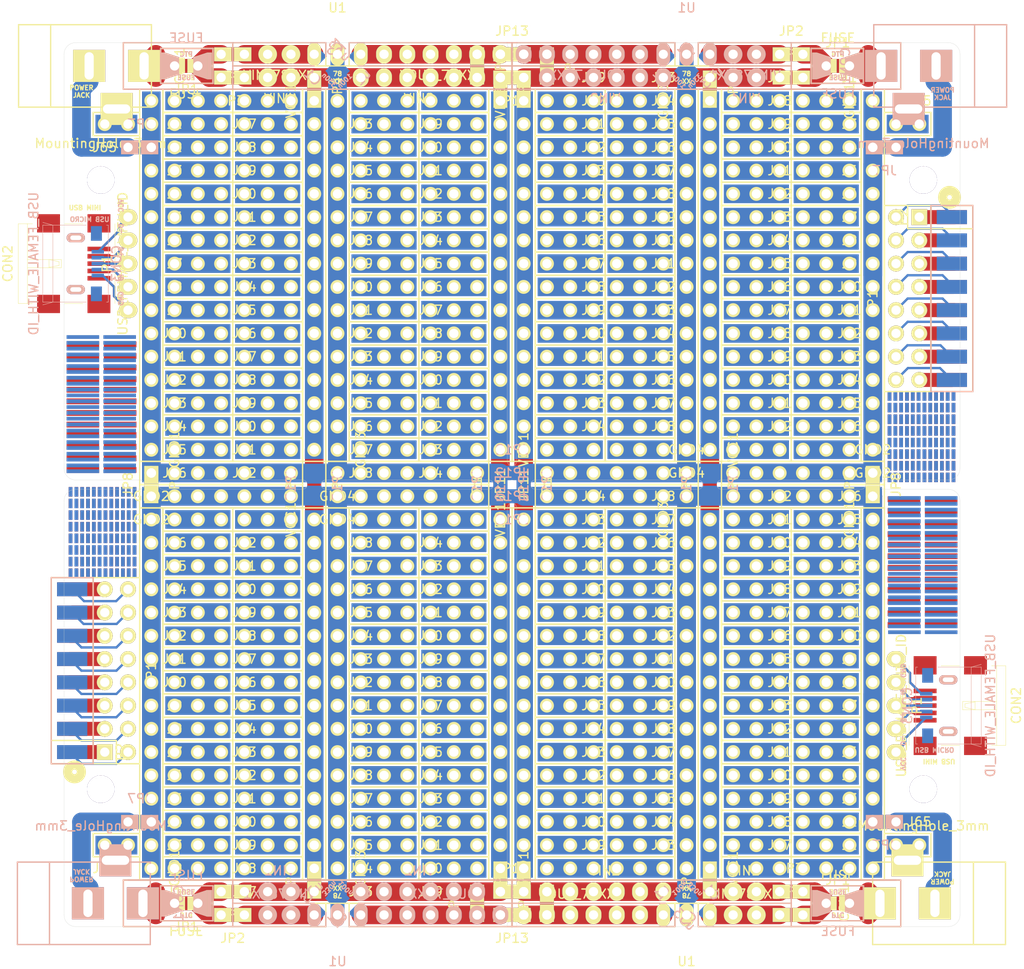
<source format=kicad_pcb>
(kicad_pcb (version 20221018) (generator pcbnew)
  (layers (0 "F.Cu" signal) (31 "B.Cu" signal) (34 "B.Paste" user) (35 "F.Paste" user) (36 "B.SilkS" user "B.Silkscreen") (37 "F.SilkS" user "F.Silkscreen") (38 "B.Mask" user) (39 "F.Mask" user) (44 "Edge.Cuts" user))
  (net 0 "")
  (net 1 "Net-(C1-Pad1)")
  (net 2 "Net-(C1-Pad2)")
  (net 3 "Net-(C2-Pad1)")
  (net 4 "Net-(CON1-Pad1)")
  (net 5 "Net-(CON1-Pad2)")
  (net 6 "Net-(CON1-Pad3)")
  (net 7 "Net-(CON2-Pad1)")
  (net 8 "Net-(CON2-Pad2)")
  (net 9 "Net-(CON2-Pad3)")
  (net 10 "Net-(CON2-Pad4)")
  (net 11 "Net-(CON2-Pad5)")
  (net 12 "Net-(CON2-Pad6)")
  (net 13 "Net-(CON3-Pad6)")
  (net 14 "Net-(J1-Pad1)")
  (net 15 "Net-(J2-Pad1)")
  (net 16 "Net-(J3-Pad1)")
  (net 17 "Net-(J4-Pad1)")
  (net 18 "Net-(J5-Pad1)")
  (net 19 "Net-(J6-Pad1)")
  (net 20 "Net-(J7-Pad1)")
  (net 21 "Net-(J8-Pad1)")
  (net 22 "Net-(J9-Pad1)")
  (net 23 "Net-(J10-Pad1)")
  (net 24 "Net-(J11-Pad1)")
  (net 25 "Net-(J12-Pad1)")
  (net 26 "Net-(J13-Pad1)")
  (net 27 "Net-(J14-Pad1)")
  (net 28 "Net-(J15-Pad1)")
  (net 29 "Net-(J16-Pad1)")
  (net 30 "Net-(J17-Pad1)")
  (net 31 "Net-(J18-Pad1)")
  (net 32 "Net-(J19-Pad1)")
  (net 33 "Net-(J20-Pad1)")
  (net 34 "Net-(J21-Pad1)")
  (net 35 "Net-(J22-Pad1)")
  (net 36 "Net-(J23-Pad1)")
  (net 37 "Net-(J24-Pad1)")
  (net 38 "Net-(J25-Pad1)")
  (net 39 "Net-(J26-Pad1)")
  (net 40 "Net-(J27-Pad1)")
  (net 41 "Net-(J28-Pad1)")
  (net 42 "Net-(J29-Pad1)")
  (net 43 "Net-(J30-Pad1)")
  (net 44 "Net-(J31-Pad1)")
  (net 45 "Net-(J32-Pad1)")
  (net 46 "Net-(J33-Pad1)")
  (net 47 "Net-(J34-Pad1)")
  (net 48 "Net-(J35-Pad1)")
  (net 49 "Net-(J36-Pad1)")
  (net 50 "Net-(J37-Pad1)")
  (net 51 "Net-(J38-Pad1)")
  (net 52 "Net-(J39-Pad1)")
  (net 53 "Net-(J40-Pad1)")
  (net 54 "Net-(J41-Pad1)")
  (net 55 "Net-(J42-Pad1)")
  (net 56 "Net-(J43-Pad1)")
  (net 57 "Net-(J44-Pad1)")
  (net 58 "Net-(J45-Pad1)")
  (net 59 "Net-(J46-Pad1)")
  (net 60 "Net-(J47-Pad1)")
  (net 61 "Net-(J48-Pad1)")
  (net 62 "Net-(J49-Pad1)")
  (net 63 "Net-(J50-Pad1)")
  (net 64 "Net-(J51-Pad1)")
  (net 65 "Net-(J52-Pad1)")
  (net 66 "Net-(J53-Pad1)")
  (net 67 "Net-(J54-Pad1)")
  (net 68 "Net-(J55-Pad1)")
  (net 69 "Net-(J56-Pad1)")
  (net 70 "Net-(J57-Pad1)")
  (net 71 "Net-(J58-Pad1)")
  (net 72 "Net-(J59-Pad1)")
  (net 73 "Net-(J60-Pad1)")
  (net 74 "Net-(J61-Pad1)")
  (net 75 "Net-(J62-Pad1)")
  (net 76 "Net-(J63-Pad1)")
  (net 77 "Net-(J64-Pad1)")
  (net 78 "Net-(JP4-Pad1)")
  (net 79 "Net-(F1-Pad2)")
  (net 80 "Net-(JP14-Pad1)")
  (net 81 "Net-(JP11-Pad1)")
  (net 82 "Net-(JP8-Pad2)")
  (net 83 "Net-(JP9-Pad2)")
  (net 84 "Net-(JP10-Pad2)")
  (net 85 "Net-(JP11-Pad2)")
  (net 86 "Net-(JP12-Pad2)")
  (net 87 "Net-(JP13-Pad2)")
  (net 88 "Net-(JP14-Pad2)")
  (net 89 "Net-(JP15-Pad2)")
  (net 90 "Net-(P1-Pad1)")
  (net 91 "Net-(P1-Pad2)")
  (net 92 "Net-(P1-Pad3)")
  (net 93 "Net-(P1-Pad4)")
  (net 94 "Net-(P1-Pad5)")
  (net 95 "Net-(P1-Pad6)")
  (net 96 "Net-(P1-Pad7)")
  (net 97 "Net-(P1-Pad8)")
  (net 98 "Net-(P1-Pad9)")
  (net 99 "Net-(P1-Pad10)")
  (net 100 "Net-(P1-Pad11)")
  (net 101 "Net-(P1-Pad12)")
  (net 102 "Net-(P1-Pad13)")
  (net 103 "Net-(P1-Pad14)")
  (net 104 "Net-(P1-Pad15)")
  (net 105 "Net-(P1-Pad16)")
  (footprint "Socket_Strips:Socket_Strip_Straight_1x02" (layer "F.Cu") (at 48.26 26.67 180)
    (fp_text reference "VIN1")
    (fp_text value "CONN_2" hide)
  )
  (footprint "Socket_Strips:Socket_Strip_Straight_1x02" (layer "F.Cu") (at 48.26 24.13 180)
    (fp_text reference "VIN_78XX1")
    (fp_text value "CONN_2" hide)
  )
  (footprint "SMD:SMD_127_357_4X2" (layer "F.Cu") (at 28.8544 67.6148)
    (fp_text reference "Ref**" hide)
    (fp_text value "Val**" hide)
  )
  (footprint "SMD:SMD_127_357_4X2" (layer "F.Cu") (at 28.8544 62.6618)
    (fp_text reference "Ref**" hide)
    (fp_text value "Val**" hide)
  )
  (footprint "SMD:SMD_127_357_4X2" (layer "F.Cu") (at 28.8544 57.7088)
    (fp_text reference "Ref**" hide)
    (fp_text value "Val**" hide)
  )
  (footprint "Mounting_Holes:MountingHole_3mm" (layer "F.Cu") (at 28.77 37.86)
    (fp_text reference "MountingHole_3mm")
    (fp_text value "VAL**" hide)
  )
  (footprint "Socket_Strips:Socket_Strip_Straight_1x05" (layer "F.Cu") (at 31.75 46.99 90)
    (fp_text reference "P1")
    (fp_text value "CONN_5" hide)
  )
  (footprint "2.54mm_Pin_Headers:Solder_Jumper_1x2_Shorted_T" (layer "F.Cu") (at 52.07 27.94 90)
    (fp_text reference "JP4")
    (fp_text value "JUMPER" hide)
  )
  (footprint "2.54mm_Pin_Headers:Solder_Jumper_1x2" (layer "F.Cu") (at 34.29 71.12 -90)
    (fp_text reference "JP8")
    (fp_text value "JUMPER" hide)
  )
  (footprint "2.54mm_Pin_Headers:Solder_Jumper_1x2" (layer "F.Cu") (at 34.29 71.12 90)
    (fp_text reference "JP8")
    (fp_text value "JUMPER" hide)
  )
  (footprint "2.54mm_Pin_Headers:Interconnect_1x07" (layer "F.Cu") (at 34.29 72.39)
    (fp_text reference "GND2")
    (fp_text value "INTERCONNECT_1X07" hide)
  )
  (footprint "2.54mm_Pin_Headers:Solder_Jumper_1x2_Shorted_T" (layer "F.Cu") (at 73.66 115.57)
    (fp_text reference "JP14")
    (fp_text value "JUMPER" hide)
  )
  (footprint "2.54mm_Pin_Headers:Solder_Jumper_1x2_Shorted_T" (layer "F.Cu") (at 73.66 118.11)
    (fp_text reference "JP13")
    (fp_text value "JUMPER" hide)
  )
  (footprint "2.54mm_Pin_Headers:Interconnect_1x07" (layer "F.Cu") (at 54.61 72.39)
    (fp_text reference "GND4")
    (fp_text value "INTERCONNECT_1X07" hide)
  )
  (footprint "2.54mm_Pin_Headers:Interconnect_1x16" (layer "F.Cu") (at 54.61 113.03 90)
    (fp_text reference "GND3")
    (fp_text value "INTERCONNECT_1X16" hide)
  )
  (footprint "2.54mm_Pin_Headers:Interconnect_1x16" (layer "F.Cu") (at 72.39 113.03 90)
    (fp_text reference "VDD1")
    (fp_text value "INTERCONNECT_1X16" hide)
  )
  (footprint "2.54mm_Pin_Headers:Interconnect_1x16" (layer "F.Cu") (at 52.07 74.93 -90)
    (fp_text reference "VCC1")
    (fp_text value "INTERCONNECT_1X16" hide)
  )
  (footprint "2.54mm_Pin_Headers:Solder_Jumper_1x2_Shorted_T" (layer "F.Cu") (at 69.85 116.84 -90)
    (fp_text reference "JP6")
    (fp_text value "JUMPER" hide)
  )
  (footprint "2.54mm_Pin_Headers:Solder_Jumper_1x2_Shorted_T" (layer "F.Cu") (at 72.39 114.3 90)
    (fp_text reference "JP5")
    (fp_text value "JUMPER" hide)
  )
  (footprint "2.54mm_Pin_Headers:Solder_Jumper_1x2_Shorted_T" (layer "F.Cu") (at 52.07 114.3 -90)
    (fp_text reference "JP4")
    (fp_text value "JUMPER" hide)
  )
  (footprint "2.54mm_Pin_Headers:Solder_Jumper_1x2_Shorted_T" (layer "F.Cu") (at 43.18 115.57)
    (fp_text reference "JP3")
    (fp_text value "JUMPER" hide)
  )
  (footprint "2.54mm_Pin_Headers:Solder_Jumper_1x2_Shorted_T" (layer "F.Cu") (at 43.18 118.11)
    (fp_text reference "JP2")
    (fp_text value "JUMPER" hide)
  )
  (footprint "2.54mm_Pin_Headers:Solder_Jumper_1x2_Shorted_T" (layer "F.Cu") (at 38.1 116.84)
    (fp_text reference "JP1")
    (fp_text value "JUMPER" hide)
  )
  (footprint "2.54mm_Pin_Headers:Interconnect_1x02" (layer "F.Cu") (at 29.21 110.49)
    (fp_text reference "J65")
    (fp_text value "INTERCONNECT_1X02" hide)
  )
  (footprint "2.54mm_Pin_Headers:Interconnect_1x03" (layer "F.Cu") (at 64.77 74.93)
    (fp_text reference "J64")
    (fp_text value "INTERCONNECT_1X03" hide)
  )
  (footprint "2.54mm_Pin_Headers:Interconnect_1x03" (layer "F.Cu") (at 64.77 77.47)
    (fp_text reference "J63")
    (fp_text value "INTERCONNECT_1X03" hide)
  )
  (footprint "2.54mm_Pin_Headers:Interconnect_1x03" (layer "F.Cu") (at 64.77 80.01)
    (fp_text reference "J62")
    (fp_text value "INTERCONNECT_1X03" hide)
  )
  (footprint "2.54mm_Pin_Headers:Interconnect_1x03" (layer "F.Cu") (at 64.77 82.55)
    (fp_text reference "J61")
    (fp_text value "INTERCONNECT_1X03" hide)
  )
  (footprint "2.54mm_Pin_Headers:Interconnect_1x03" (layer "F.Cu") (at 64.77 85.09)
    (fp_text reference "J60")
    (fp_text value "INTERCONNECT_1X03" hide)
  )
  (footprint "2.54mm_Pin_Headers:Interconnect_1x03" (layer "F.Cu") (at 64.77 87.63)
    (fp_text reference "J59")
    (fp_text value "INTERCONNECT_1X03" hide)
  )
  (footprint "2.54mm_Pin_Headers:Interconnect_1x03" (layer "F.Cu") (at 64.77 90.17)
    (fp_text reference "J58")
    (fp_text value "INTERCONNECT_1X03" hide)
  )
  (footprint "2.54mm_Pin_Headers:Interconnect_1x03" (layer "F.Cu") (at 64.77 92.71)
    (fp_text reference "J57")
    (fp_text value "INTERCONNECT_1X03" hide)
  )
  (footprint "2.54mm_Pin_Headers:Interconnect_1x03" (layer "F.Cu") (at 64.77 95.25)
    (fp_text reference "J56")
    (fp_text value "INTERCONNECT_1X03" hide)
  )
  (footprint "2.54mm_Pin_Headers:Interconnect_1x03" (layer "F.Cu") (at 64.77 97.79)
    (fp_text reference "J55")
    (fp_text value "INTERCONNECT_1X03" hide)
  )
  (footprint "2.54mm_Pin_Headers:Interconnect_1x03" (layer "F.Cu") (at 64.77 100.33)
    (fp_text reference "J54")
    (fp_text value "INTERCONNECT_1X03" hide)
  )
  (footprint "2.54mm_Pin_Headers:Interconnect_1x03" (layer "F.Cu") (at 64.77 102.87)
    (fp_text reference "J53")
    (fp_text value "INTERCONNECT_1X03" hide)
  )
  (footprint "2.54mm_Pin_Headers:Interconnect_1x03" (layer "F.Cu") (at 64.77 105.41)
    (fp_text reference "J52")
    (fp_text value "INTERCONNECT_1X03" hide)
  )
  (footprint "2.54mm_Pin_Headers:Interconnect_1x03" (layer "F.Cu") (at 64.77 107.95)
    (fp_text reference "J51")
    (fp_text value "INTERCONNECT_1X03" hide)
  )
  (footprint "2.54mm_Pin_Headers:Interconnect_1x03" (layer "F.Cu") (at 64.77 110.49)
    (fp_text reference "J50")
    (fp_text value "INTERCONNECT_1X03" hide)
  )
  (footprint "2.54mm_Pin_Headers:Interconnect_1x03" (layer "F.Cu") (at 64.77 113.03)
    (fp_text reference "J49")
    (fp_text value "INTERCONNECT_1X03" hide)
  )
  (footprint "2.54mm_Pin_Headers:Interconnect_1x03" (layer "F.Cu") (at 57.15 74.93)
    (fp_text reference "J48")
    (fp_text value "INTERCONNECT_1X03" hide)
  )
  (footprint "2.54mm_Pin_Headers:Interconnect_1x03" (layer "F.Cu") (at 57.15 77.47)
    (fp_text reference "J47")
    (fp_text value "INTERCONNECT_1X03" hide)
  )
  (footprint "2.54mm_Pin_Headers:Interconnect_1x03" (layer "F.Cu") (at 57.15 80.01)
    (fp_text reference "J46")
    (fp_text value "INTERCONNECT_1X03" hide)
  )
  (footprint "2.54mm_Pin_Headers:Interconnect_1x03" (layer "F.Cu") (at 57.15 82.55)
    (fp_text reference "J45")
    (fp_text value "INTERCONNECT_1X03" hide)
  )
  (footprint "2.54mm_Pin_Headers:Interconnect_1x03" (layer "F.Cu") (at 57.15 85.09)
    (fp_text reference "J44")
    (fp_text value "INTERCONNECT_1X03" hide)
  )
  (footprint "2.54mm_Pin_Headers:Interconnect_1x03" (layer "F.Cu") (at 57.15 87.63)
    (fp_text reference "J43")
    (fp_text value "INTERCONNECT_1X03" hide)
  )
  (footprint "2.54mm_Pin_Headers:Interconnect_1x03" (layer "F.Cu") (at 57.15 90.17)
    (fp_text reference "J42")
    (fp_text value "INTERCONNECT_1X03" hide)
  )
  (footprint "2.54mm_Pin_Headers:Interconnect_1x03" (layer "F.Cu") (at 57.15 92.71)
    (fp_text reference "J41")
    (fp_text value "INTERCONNECT_1X03" hide)
  )
  (footprint "2.54mm_Pin_Headers:Interconnect_1x03" (layer "F.Cu") (at 57.15 95.25)
    (fp_text reference "J40")
    (fp_text value "INTERCONNECT_1X03" hide)
  )
  (footprint "2.54mm_Pin_Headers:Interconnect_1x03" (layer "F.Cu") (at 57.15 97.79)
    (fp_text reference "J39")
    (fp_text value "INTERCONNECT_1X03" hide)
  )
  (footprint "2.54mm_Pin_Headers:Interconnect_1x03" (layer "F.Cu") (at 57.15 100.33)
    (fp_text reference "J38")
    (fp_text value "INTERCONNECT_1X03" hide)
  )
  (footprint "2.54mm_Pin_Headers:Interconnect_1x03" (layer "F.Cu") (at 57.15 102.87)
    (fp_text reference "J37")
    (fp_text value "INTERCONNECT_1X03" hide)
  )
  (footprint "2.54mm_Pin_Headers:Interconnect_1x03" (layer "F.Cu") (at 57.15 105.41)
    (fp_text reference "J36")
    (fp_text value "INTERCONNECT_1X03" hide)
  )
  (footprint "2.54mm_Pin_Headers:Interconnect_1x03" (layer "F.Cu") (at 57.15 107.95)
    (fp_text reference "J35")
    (fp_text value "INTERCONNECT_1X03" hide)
  )
  (footprint "2.54mm_Pin_Headers:Interconnect_1x03" (layer "F.Cu") (at 57.15 110.49)
    (fp_text reference "J34")
    (fp_text value "INTERCONNECT_1X03" hide)
  )
  (footprint "2.54mm_Pin_Headers:Interconnect_1x03" (layer "F.Cu") (at 57.15 113.03)
    (fp_text reference "J33")
    (fp_text value "INTERCONNECT_1X03" hide)
  )
  (footprint "2.54mm_Pin_Headers:Interconnect_1x03" (layer "F.Cu") (at 44.45 74.93)
    (fp_text reference "J32")
    (fp_text value "INTERCONNECT_1X03" hide)
  )
  (footprint "2.54mm_Pin_Headers:Interconnect_1x03" (layer "F.Cu") (at 44.45 77.47)
    (fp_text reference "J31")
    (fp_text value "INTERCONNECT_1X03" hide)
  )
  (footprint "2.54mm_Pin_Headers:Interconnect_1x03" (layer "F.Cu") (at 44.45 80.01)
    (fp_text reference "J30")
    (fp_text value "INTERCONNECT_1X03" hide)
  )
  (footprint "2.54mm_Pin_Headers:Interconnect_1x03" (layer "F.Cu") (at 44.45 82.55)
    (fp_text reference "J29")
    (fp_text value "INTERCONNECT_1X03" hide)
  )
  (footprint "2.54mm_Pin_Headers:Interconnect_1x03" (layer "F.Cu") (at 44.45 85.09)
    (fp_text reference "J28")
    (fp_text value "INTERCONNECT_1X03" hide)
  )
  (footprint "2.54mm_Pin_Headers:Interconnect_1x03" (layer "F.Cu") (at 44.45 87.63)
    (fp_text reference "J27")
    (fp_text value "INTERCONNECT_1X03" hide)
  )
  (footprint "2.54mm_Pin_Headers:Interconnect_1x03" (layer "F.Cu") (at 44.45 90.17)
    (fp_text reference "J26")
    (fp_text value "INTERCONNECT_1X03" hide)
  )
  (footprint "2.54mm_Pin_Headers:Interconnect_1x03" (layer "F.Cu") (at 44.45 92.71)
    (fp_text reference "J25")
    (fp_text value "INTERCONNECT_1X03" hide)
  )
  (footprint "2.54mm_Pin_Headers:Interconnect_1x03" (layer "F.Cu") (at 44.45 95.25)
    (fp_text reference "J24")
    (fp_text value "INTERCONNECT_1X03" hide)
  )
  (footprint "2.54mm_Pin_Headers:Interconnect_1x03" (layer "F.Cu") (at 44.45 97.79)
    (fp_text reference "J23")
    (fp_text value "INTERCONNECT_1X03" hide)
  )
  (footprint "2.54mm_Pin_Headers:Interconnect_1x03" (layer "F.Cu") (at 44.45 100.33)
    (fp_text reference "J22")
    (fp_text value "INTERCONNECT_1X03" hide)
  )
  (footprint "2.54mm_Pin_Headers:Interconnect_1x03" (layer "F.Cu") (at 44.45 102.87)
    (fp_text reference "J21")
    (fp_text value "INTERCONNECT_1X03" hide)
  )
  (footprint "2.54mm_Pin_Headers:Interconnect_1x03" (layer "F.Cu") (at 44.45 105.41)
    (fp_text reference "J20")
    (fp_text value "INTERCONNECT_1X03" hide)
  )
  (footprint "2.54mm_Pin_Headers:Interconnect_1x03" (layer "F.Cu") (at 44.45 107.95)
    (fp_text reference "J19")
    (fp_text value "INTERCONNECT_1X03" hide)
  )
  (footprint "2.54mm_Pin_Headers:Interconnect_1x03" (layer "F.Cu") (at 44.45 110.49)
    (fp_text reference "J18")
    (fp_text value "INTERCONNECT_1X03" hide)
  )
  (footprint "2.54mm_Pin_Headers:Interconnect_1x03" (layer "F.Cu") (at 44.45 113.03)
    (fp_text reference "J17")
    (fp_text value "INTERCONNECT_1X03" hide)
  )
  (footprint "2.54mm_Pin_Headers:Interconnect_1x03" (layer "F.Cu") (at 36.83 74.93)
    (fp_text reference "J16")
    (fp_text value "INTERCONNECT_1X03" hide)
  )
  (footprint "2.54mm_Pin_Headers:Interconnect_1x03" (layer "F.Cu") (at 36.83 77.47)
    (fp_text reference "J15")
    (fp_text value "INTERCONNECT_1X03" hide)
  )
  (footprint "2.54mm_Pin_Headers:Interconnect_1x03" (layer "F.Cu") (at 36.83 80.01)
    (fp_text reference "J14")
    (fp_text value "INTERCONNECT_1X03" hide)
  )
  (footprint "2.54mm_Pin_Headers:Interconnect_1x03" (layer "F.Cu") (at 36.83 82.55)
    (fp_text reference "J13")
    (fp_text value "INTERCONNECT_1X03" hide)
  )
  (footprint "2.54mm_Pin_Headers:Interconnect_1x03" (layer "F.Cu") (at 36.83 85.09)
    (fp_text reference "J12")
    (fp_text value "INTERCONNECT_1X03" hide)
  )
  (footprint "2.54mm_Pin_Headers:Interconnect_1x03" (layer "F.Cu") (at 36.83 87.63)
    (fp_text reference "J11")
    (fp_text value "INTERCONNECT_1X03" hide)
  )
  (footprint "2.54mm_Pin_Headers:Interconnect_1x03" (layer "F.Cu") (at 36.83 90.17)
    (fp_text reference "J10")
    (fp_text value "INTERCONNECT_1X03" hide)
  )
  (footprint "2.54mm_Pin_Headers:Interconnect_1x03" (layer "F.Cu") (at 36.83 92.71)
    (fp_text reference "J9")
    (fp_text value "INTERCONNECT_1X03" hide)
  )
  (footprint "2.54mm_Pin_Headers:Interconnect_1x03" (layer "F.Cu") (at 36.83 95.25)
    (fp_text reference "J8")
    (fp_text value "INTERCONNECT_1X03" hide)
  )
  (footprint "2.54mm_Pin_Headers:Interconnect_1x03" (layer "F.Cu") (at 36.83 97.79)
    (fp_text reference "J7")
    (fp_text value "INTERCONNECT_1X03" hide)
  )
  (footprint "2.54mm_Pin_Headers:Interconnect_1x03" (layer "F.Cu") (at 36.83 100.33)
    (fp_text reference "J6")
    (fp_text value "INTERCONNECT_1X03" hide)
  )
  (footprint "2.54mm_Pin_Headers:Interconnect_1x03" (layer "F.Cu") (at 36.83 102.87)
    (fp_text reference "J5")
    (fp_text value "INTERCONNECT_1X03" hide)
  )
  (footprint "2.54mm_Pin_Headers:Interconnect_1x03" (layer "F.Cu") (at 36.83 105.41)
    (fp_text reference "J4")
    (fp_text value "INTERCONNECT_1X03" hide)
  )
  (footprint "2.54mm_Pin_Headers:Interconnect_1x03" (layer "F.Cu") (at 36.83 107.95)
    (fp_text reference "J3")
    (fp_text value "INTERCONNECT_1X03" hide)
  )
  (footprint "2.54mm_Pin_Headers:Interconnect_1x03" (layer "F.Cu") (at 36.83 110.49)
    (fp_text reference "J2")
    (fp_text value "INTERCONNECT_1X03" hide)
  )
  (footprint "2.54mm_Pin_Headers:Interconnect_1x03" (layer "F.Cu") (at 36.83 113.03)
    (fp_text reference "J1")
    (fp_text value "INTERCONNECT_1X03" hide)
  )
  (footprint "2.54mm_Pin_Headers:Interconnect_1x16" (layer "F.Cu") (at 34.29 113.03 90)
    (fp_text reference "GND1")
    (fp_text value "INTERCONNECT_1X16" hide)
  )
  (footprint "Muonde:CC12ZZ" (layer "F.Cu") (at 38.1 116.84)
    (fp_text reference "F2" hide)
    (fp_text value "FUSE")
  )
  (footprint "SMD:SMD_127_065_grid_4X12" (layer "F.Cu") (at 28.2956 78.8924)
    (fp_text reference "Ref**" hide)
    (fp_text value "Val**" hide)
  )
  (footprint "SMD:SMD_127_065_grid_4X12" (layer "F.Cu") (at 28.2956 73.8124)
    (fp_text reference "Ref**" hide)
    (fp_text value "Val**" hide)
  )
  (footprint "Connect:BARREL_JACK" (layer "F.Cu") (at 27.305 25.4)
    (fp_text reference "CON1")
    (fp_text value "BARREL_JACK" hide)
  )
  (footprint "2.54mm_Pin_Headers:Interconnect_1x16" (layer "F.Cu") (at 34.29 67.31 90)
    (fp_text reference "GND1")
    (fp_text value "INTERCONNECT_1X16" hide)
  )
  (footprint "2.54mm_Pin_Headers:Interconnect_1x03" (layer "F.Cu") (at 36.83 31.75)
    (fp_text reference "J2")
    (fp_text value "INTERCONNECT_1X03" hide)
  )
  (footprint "2.54mm_Pin_Headers:Interconnect_1x03" (layer "F.Cu") (at 36.83 34.29)
    (fp_text reference "J3")
    (fp_text value "INTERCONNECT_1X03" hide)
  )
  (footprint "2.54mm_Pin_Headers:Interconnect_1x03" (layer "F.Cu") (at 36.83 36.83)
    (fp_text reference "J4")
    (fp_text value "INTERCONNECT_1X03" hide)
  )
  (footprint "2.54mm_Pin_Headers:Interconnect_1x03" (layer "F.Cu") (at 36.83 39.37)
    (fp_text reference "J5")
    (fp_text value "INTERCONNECT_1X03" hide)
  )
  (footprint "2.54mm_Pin_Headers:Interconnect_1x03" (layer "F.Cu") (at 36.83 41.91)
    (fp_text reference "J6")
    (fp_text value "INTERCONNECT_1X03" hide)
  )
  (footprint "2.54mm_Pin_Headers:Interconnect_1x03" (layer "F.Cu") (at 36.83 44.45)
    (fp_text reference "J7")
    (fp_text value "INTERCONNECT_1X03" hide)
  )
  (footprint "2.54mm_Pin_Headers:Interconnect_1x03" (layer "F.Cu") (at 36.83 46.99)
    (fp_text reference "J8")
    (fp_text value "INTERCONNECT_1X03" hide)
  )
  (footprint "2.54mm_Pin_Headers:Interconnect_1x03" (layer "F.Cu") (at 36.83 49.53)
    (fp_text reference "J9")
    (fp_text value "INTERCONNECT_1X03" hide)
  )
  (footprint "2.54mm_Pin_Headers:Interconnect_1x03" (layer "F.Cu") (at 36.83 52.07)
    (fp_text reference "J10")
    (fp_text value "INTERCONNECT_1X03" hide)
  )
  (footprint "2.54mm_Pin_Headers:Interconnect_1x03" (layer "F.Cu") (at 36.83 54.61)
    (fp_text reference "J11")
    (fp_text value "INTERCONNECT_1X03" hide)
  )
  (footprint "2.54mm_Pin_Headers:Interconnect_1x03" (layer "F.Cu") (at 36.83 57.15)
    (fp_text reference "J12")
    (fp_text value "INTERCONNECT_1X03" hide)
  )
  (footprint "2.54mm_Pin_Headers:Interconnect_1x03" (layer "F.Cu") (at 36.83 59.69)
    (fp_text reference "J13")
    (fp_text value "INTERCONNECT_1X03" hide)
  )
  (footprint "2.54mm_Pin_Headers:Interconnect_1x03" (layer "F.Cu") (at 36.83 62.23)
    (fp_text reference "J14")
    (fp_text value "INTERCONNECT_1X03" hide)
  )
  (footprint "2.54mm_Pin_Headers:Interconnect_1x03" (layer "F.Cu") (at 36.83 64.77)
    (fp_text reference "J15")
    (fp_text value "INTERCONNECT_1X03" hide)
  )
  (footprint "2.54mm_Pin_Headers:Interconnect_1x03" (layer "F.Cu") (at 36.83 67.31)
    (fp_text reference "J16")
    (fp_text value "INTERCONNECT_1X03" hide)
  )
  (footprint "2.54mm_Pin_Headers:Interconnect_1x03" (layer "F.Cu") (at 44.45 29.21)
    (fp_text reference "J17")
    (fp_text value "INTERCONNECT_1X03" hide)
  )
  (footprint "2.54mm_Pin_Headers:Interconnect_1x03" (layer "F.Cu") (at 44.45 31.75)
    (fp_text reference "J18")
    (fp_text value "INTERCONNECT_1X03" hide)
  )
  (footprint "2.54mm_Pin_Headers:Interconnect_1x03" (layer "F.Cu") (at 44.45 34.29)
    (fp_text reference "J19")
    (fp_text value "INTERCONNECT_1X03" hide)
  )
  (footprint "2.54mm_Pin_Headers:Interconnect_1x03" (layer "F.Cu") (at 44.45 36.83)
    (fp_text reference "J20")
    (fp_text value "INTERCONNECT_1X03" hide)
  )
  (footprint "2.54mm_Pin_Headers:Interconnect_1x03" (layer "F.Cu") (at 44.45 41.91)
    (fp_text reference "J22")
    (fp_text value "INTERCONNECT_1X03" hide)
  )
  (footprint "2.54mm_Pin_Headers:Interconnect_1x03" (layer "F.Cu") (at 44.45 44.45)
    (fp_text reference "J23")
    (fp_text value "INTERCONNECT_1X03" hide)
  )
  (footprint "2.54mm_Pin_Headers:Interconnect_1x03" (layer "F.Cu") (at 44.45 46.99)
    (fp_text reference "J24")
    (fp_text value "INTERCONNECT_1X03" hide)
  )
  (footprint "2.54mm_Pin_Headers:Interconnect_1x03" (layer "F.Cu") (at 44.45 49.53)
    (fp_text reference "J25")
    (fp_text value "INTERCONNECT_1X03" hide)
  )
  (footprint "2.54mm_Pin_Headers:Interconnect_1x03" (layer "F.Cu") (at 44.45 52.07)
    (fp_text reference "J26")
    (fp_text value "INTERCONNECT_1X03" hide)
  )
  (footprint "2.54mm_Pin_Headers:Interconnect_1x03" (layer "F.Cu") (at 44.45 54.61)
    (fp_text reference "J27")
    (fp_text value "INTERCONNECT_1X03" hide)
  )
  (footprint "2.54mm_Pin_Headers:Interconnect_1x03" (layer "F.Cu") (at 44.45 57.15)
    (fp_text reference "J28")
    (fp_text value "INTERCONNECT_1X03" hide)
  )
  (footprint "2.54mm_Pin_Headers:Interconnect_1x03" (layer "F.Cu") (at 44.45 59.69)
    (fp_text reference "J29")
    (fp_text value "INTERCONNECT_1X03" hide)
  )
  (footprint "2.54mm_Pin_Headers:Interconnect_1x03" (layer "F.Cu") (at 44.45 62.23)
    (fp_text reference "J30")
    (fp_text value "INTERCONNECT_1X03" hide)
  )
  (footprint "2.54mm_Pin_Headers:Interconnect_1x03" (layer "F.Cu") (at 44.45 64.77)
    (fp_text reference "J31")
    (fp_text value "INTERCONNECT_1X03" hide)
  )
  (footprint "2.54mm_Pin_Headers:Interconnect_1x03" (layer "F.Cu") (at 44.45 67.31)
    (fp_text reference "J32")
    (fp_text value "INTERCONNECT_1X03" hide)
  )
  (footprint "2.54mm_Pin_Headers:Interconnect_1x03" (layer "F.Cu") (at 57.15 29.21)
    (fp_text reference "J33")
    (fp_text value "INTERCONNECT_1X03" hide)
  )
  (footprint "2.54mm_Pin_Headers:Interconnect_1x03" (layer "F.Cu") (at 57.15 31.75)
    (fp_text reference "J34")
    (fp_text value "INTERCONNECT_1X03" hide)
  )
  (footprint "2.54mm_Pin_Headers:Interconnect_1x03" (layer "F.Cu") (at 57.15 34.29)
    (fp_text reference "J35")
    (fp_text value "INTERCONNECT_1X03" hide)
  )
  (footprint "2.54mm_Pin_Headers:Interconnect_1x03" (layer "F.Cu") (at 57.15 36.83)
    (fp_text reference "J36")
    (fp_text value "INTERCONNECT_1X03" hide)
  )
  (footprint "2.54mm_Pin_Headers:Interconnect_1x03" (layer "F.Cu") (at 57.15 39.37)
    (fp_text reference "J37")
    (fp_text value "INTERCONNECT_1X03" hide)
  )
  (footprint "2.54mm_Pin_Headers:Interconnect_1x03" (layer "F.Cu") (at 57.15 41.91)
    (fp_text reference "J38")
    (fp_text value "INTERCONNECT_1X03" hide)
  )
  (footprint "2.54mm_Pin_Headers:Interconnect_1x03" (layer "F.Cu") (at 57.15 44.45)
    (fp_text reference "J39")
    (fp_text value "INTERCONNECT_1X03" hide)
  )
  (footprint "2.54mm_Pin_Headers:Interconnect_1x03" (layer "F.Cu") (at 57.15 46.99)
    (fp_text reference "J40")
    (fp_text value "INTERCONNECT_1X03" hide)
  )
  (footprint "2.54mm_Pin_Headers:Interconnect_1x03" (layer "F.Cu") (at 57.15 49.53)
    (fp_text reference "J41")
    (fp_text value "INTERCONNECT_1X03" hide)
  )
  (footprint "2.54mm_Pin_Headers:Interconnect_1x03" (layer "F.Cu") (at 57.15 52.07)
    (fp_text reference "J42")
    (fp_text value "INTERCONNECT_1X03" hide)
  )
  (footprint "2.54mm_Pin_Headers:Interconnect_1x03" (layer "F.Cu") (at 57.15 54.61)
    (fp_text reference "J43")
    (fp_text value "INTERCONNECT_1X03" hide)
  )
  (footprint "2.54mm_Pin_Headers:Interconnect_1x03" (layer "F.Cu") (at 57.15 57.15)
    (fp_text reference "J44")
    (fp_text value "INTERCONNECT_1X03" hide)
  )
  (footprint "2.54mm_Pin_Headers:Interconnect_1x03" (layer "F.Cu") (at 57.15 59.69)
    (fp_text reference "J45")
    (fp_text value "INTERCONNECT_1X03" hide)
  )
  (footprint "2.54mm_Pin_Headers:Interconnect_1x03" (layer "F.Cu") (at 57.15 62.23)
    (fp_text reference "J46")
    (fp_text value "INTERCONNECT_1X03" hide)
  )
  (footprint "2.54mm_Pin_Headers:Interconnect_1x03" (layer "F.Cu") (at 57.15 64.77)
    (fp_text reference "J47")
    (fp_text value "INTERCONNECT_1X03" hide)
  )
  (footprint "2.54mm_Pin_Headers:Interconnect_1x03" (layer "F.Cu") (at 57.15 67.31)
    (fp_text reference "J48")
    (fp_text value "INTERCONNECT_1X03" hide)
  )
  (footprint "2.54mm_Pin_Headers:Interconnect_1x03" (layer "F.Cu") (at 64.77 29.21)
    (fp_text reference "J49")
    (fp_text value "INTERCONNECT_1X03" hide)
  )
  (footprint "2.54mm_Pin_Headers:Interconnect_1x03" (layer "F.Cu") (at 64.77 31.75)
    (fp_text reference "J50")
    (fp_text value "INTERCONNECT_1X03" hide)
  )
  (footprint "2.54mm_Pin_Headers:Interconnect_1x03" (layer "F.Cu") (at 64.77 34.29)
    (fp_text reference "J51")
    (fp_text value "INTERCONNECT_1X03" hide)
  )
  (footprint "2.54mm_Pin_Headers:Interconnect_1x03" (layer "F.Cu") (at 64.77 36.83)
    (fp_text reference "J52")
    (fp_text value "INTERCONNECT_1X03" hide)
  )
  (footprint "2.54mm_Pin_Headers:Interconnect_1x03" (layer "F.Cu") (at 64.77 39.37)
    (fp_text reference "J53")
    (fp_text value "INTERCONNECT_1X03" hide)
  )
  (footprint "2.54mm_Pin_Headers:Interconnect_1x03" (layer "F.Cu") (at 64.77 41.91)
    (fp_text reference "J54")
    (fp_text value "INTERCONNECT_1X03" hide)
  )
  (footprint "2.54mm_Pin_Headers:Interconnect_1x03" (layer "F.Cu") (at 64.77 44.45)
    (fp_text reference "J55")
    (fp_text value "INTERCONNECT_1X03" hide)
  )
  (footprint "2.54mm_Pin_Headers:Interconnect_1x03" (layer "F.Cu") (at 64.77 46.99)
    (fp_text reference "J56")
    (fp_text value "INTERCONNECT_1X03" hide)
  )
  (footprint "2.54mm_Pin_Headers:Interconnect_1x03" (layer "F.Cu") (at 64.77 49.53)
    (fp_text reference "J57")
    (fp_text value "INTERCONNECT_1X03" hide)
  )
  (footprint "2.54mm_Pin_Headers:Interconnect_1x03" (layer "F.Cu") (at 64.77 52.07)
    (fp_text reference "J58")
    (fp_text value "INTERCONNECT_1X03" hide)
  )
  (footprint "2.54mm_Pin_Headers:Interconnect_1x03" (layer "F.Cu") (at 64.77 54.61)
    (fp_text reference "J59")
    (fp_text value "INTERCONNECT_1X03" hide)
  )
  (footprint "2.54mm_Pin_Headers:Interconnect_1x03" (layer "F.Cu") (at 64.77 57.15)
    (fp_text reference "J60")
    (fp_text value "INTERCONNECT_1X03" hide)
  )
  (footprint "2.54mm_Pin_Headers:Interconnect_1x03" (layer "F.Cu") (at 64.77 59.69)
    (fp_text reference "J61")
    (fp_text value "INTERCONNECT_1X03" hide)
  )
  (footprint "2.54mm_Pin_Headers:Interconnect_1x03" (layer "F.Cu") (at 64.77 62.23)
    (fp_text reference "J62")
    (fp_text value "INTERCONNECT_1X03" hide)
  )
  (footprint "2.54mm_Pin_Headers:Interconnect_1x03" (layer "F.Cu") (at 64.77 64.77)
    (fp_text reference "J63")
    (fp_text value "INTERCONNECT_1X03" hide)
  )
  (footprint "2.54mm_Pin_Headers:Interconnect_1x03" (layer "F.Cu") (at 64.77 67.31)
    (fp_text reference "J64")
    (fp_text value "INTERCONNECT_1X03" hide)
  )
  (footprint "2.54mm_Pin_Headers:Interconnect_1x02" (layer "F.Cu") (at 29.21 31.75)
    (fp_text reference "J65")
    (fp_text value "INTERCONNECT_1X02" hide)
  )
  (footprint "2.54mm_Pin_Headers:Solder_Jumper_1x2_Shorted_T" (layer "F.Cu") (at 38.1 25.4)
    (fp_text reference "JP1")
    (fp_text value "JUMPER" hide)
  )
  (footprint "2.54mm_Pin_Headers:Solder_Jumper_1x2_Shorted_T" (layer "F.Cu") (at 43.18 24.13)
    (fp_text reference "JP2")
    (fp_text value "JUMPER" hide)
  )
  (footprint "2.54mm_Pin_Headers:Solder_Jumper_1x2_Shorted_T" (layer "F.Cu") (at 43.18 26.67)
    (fp_text reference "JP3")
    (fp_text value "JUMPER" hide)
  )
  (footprint "2.54mm_Pin_Headers:Solder_Jumper_1x2_Shorted_T" (layer "F.Cu") (at 72.39 27.94 90)
    (fp_text reference "JP5")
    (fp_text value "JUMPER" hide)
  )
  (footprint "2.54mm_Pin_Headers:Solder_Jumper_1x2_Shorted_T" (layer "F.Cu") (at 69.85 25.4 90)
    (fp_text reference "JP6")
    (fp_text value "JUMPER" hide)
  )
  (footprint "2.54mm_Pin_Headers:Interconnect_1x16" (layer "F.Cu") (at 52.07 29.21 -90)
    (fp_text reference "VCC1")
    (fp_text value "INTERCONNECT_1X16" hide)
  )
  (footprint "2.54mm_Pin_Headers:Interconnect_1x16" (layer "F.Cu") (at 72.39 67.31 90)
    (fp_text reference "VDD1")
    (fp_text value "INTERCONNECT_1X16" hide)
  )
  (footprint "2.54mm_Pin_Headers:Interconnect_1x03" (layer "F.Cu") (at 36.83 29.21)
    (fp_text reference "J1")
    (fp_text value "INTERCONNECT_1X03" hide)
  )
  (footprint "Muonde:CC12ZZ" (layer "F.Cu") (at 38.1 25.4)
    (fp_text reference "F1" hide)
    (fp_text value "FUSE")
  )
  (footprint "2.54mm_Pin_Headers:Interconnect_1x03" (layer "F.Cu") (at 44.45 39.37)
    (fp_text reference "J21")
    (fp_text value "INTERCONNECT_1X03" hide)
  )
  (footprint "Connectors:USB_Mini-B_Female" (layer "F.Cu") (at 28.575 46.99 -90)
    (fp_text reference "CON2")
    (fp_text value "USB_FEMALE_WITH_ID")
  )
  (footprint "Transistors_TO-220:TO-220_Neutral123_Vertical" (layer "F.Cu") (at 54.61 24.13)
    (fp_text reference "U1")
    (fp_text value "LM7805CT" hide)
  )
  (footprint "Socket_Strips:Socket_Strip_Straight_1x06" (layer "F.Cu") (at 63.5 26.67 180)
    (fp_text reference "VIN2")
    (fp_text value "CONN_6" hide)
  )
  (footprint "Socket_Strips:Socket_Strip_Straight_1x06" (layer "F.Cu") (at 66.04 24.13 180)
    (fp_text reference "VOUT_78XX1")
    (fp_text value "CONN_6" hide)
  )
  (footprint "2.54mm_Pin_Headers:Interconnect_1x16" (layer "F.Cu") (at 54.61 67.31 90)
    (fp_text reference "GND3")
    (fp_text value "INTERCONNECT_1X16" hide)
  )
  (footprint "2.54mm_Pin_Headers:Interconnect_1x07" (layer "F.Cu") (at 54.61 69.85)
    (fp_text reference "GND4")
    (fp_text value "INTERCONNECT_1X07" hide)
  )
  (footprint "2.54mm_Pin_Headers:Solder_Jumper_1x2_Shorted_T" (layer "F.Cu") (at 73.66 24.13)
    (fp_text reference "JP13")
    (fp_text value "JUMPER" hide)
  )
  (footprint "2.54mm_Pin_Headers:Solder_Jumper_1x2_Shorted_T" (layer "F.Cu") (at 73.66 26.67)
    (fp_text reference "JP14")
    (fp_text value "JUMPER" hide)
  )
  (footprint "2.54mm_Pin_Headers:Interconnect_1x07" (layer "F.Cu") (at 34.29 69.85)
    (fp_text reference "GND2")
    (fp_text value "INTERCONNECT_1X07" hide)
  )
  (footprint "2.54mm_Pin_Headers:Solder_Jumper_SMD_1x2_Shorted" (layer "F.Cu") (at 52.07 71.12 90)
    (fp_text reference "JP9")
    (fp_text value "JUMPER" hide)
  )
  (footprint "2.54mm_Pin_Headers:Solder_Jumper_SMD_1x2_Shorted" (layer "F.Cu") (at 72.39 71.12 90)
    (fp_text reference "JP11")
    (fp_text value "JUMPER" hide)
  )
  (footprint "2.54mm_Pin_Headers:Solder_Jumper_SMD_1x2_Shorted" (layer "F.Cu") (at 72.39 71.12 -90)
    (fp_text reference "JP11")
    (fp_text value "JUMPER" hide)
  )
  (footprint "2.54mm_Pin_Headers:Solder_Jumper_SMD_1x2_Shorted" (layer "F.Cu") (at 52.07 71.12 -90)
    (fp_text reference "JP9")
    (fp_text value "JUMPER" hide)
  )
  (footprint "Socket_Strips:Socket_Strip_Straight_2x08" (layer "F.Cu") (at 30.48 91.44 -90)
    (fp_text reference "P1")
    (fp_text value "CONN_8X2" hide)
  )
  (footprint "2.54mm_Pin_Headers:Edge_2x08" (layer "F.Cu") (at 25.654 100.33 90)
    (fp_text reference "P2")
    (fp_text value "CONN_8X2" hide)
  )
  (footprint "Socket_Strips:Socket_Strip_Straight_1x05" (layer "F.Cu") (at 115.57 95.25 -90)
    (fp_text reference "P1")
    (fp_text value "CONN_5" hide)
  )
  (footprint "Socket_Strips:Socket_Strip_Straight_1x06" (layer "F.Cu") (at 83.82 115.57)
    (fp_text reference "VIN2")
    (fp_text value "CONN_6" hide)
  )
  (footprint "Socket_Strips:Socket_Strip_Straight_1x06" (layer "F.Cu") (at 81.28 118.11)
    (fp_text reference "VOUT_78XX1")
    (fp_text value "CONN_6" hide)
  )
  (footprint "Socket_Strips:Socket_Strip_Straight_1x02" (layer "F.Cu") (at 99.06 118.11)
    (fp_text reference "VIN_78XX1")
    (fp_text value "CONN_2" hide)
  )
  (footprint "Socket_Strips:Socket_Strip_Straight_1x02" (layer "F.Cu") (at 99.06 115.57)
    (fp_text reference "VIN1")
    (fp_text value "CONN_2" hide)
  )
  (footprint "Transistors_TO-220:TO-220_Neutral123_Vertical" (layer "F.Cu") (at 92.71 118.11 180)
    (fp_text reference "U1")
    (fp_text value "LM7805CT" hide)
  )
  (footprint "Connect:BARREL_JACK" (layer "F.Cu") (at 120.015 116.84 180)
    (fp_text reference "CON1")
    (fp_text value "BARREL_JACK" hide)
  )
  (footprint "Connectors:USB_Mini-B_Female" (layer "F.Cu") (at 118.745 95.25 90)
    (fp_text reference "CON2")
    (fp_text value "USB_FEMALE_WITH_ID")
  )
  (footprint "Muonde:CC12ZZ" (layer "F.Cu") (at 109.22 116.84 180)
    (fp_text reference "F1" hide)
    (fp_text value "FUSE")
  )
  (footprint "2.54mm_Pin_Headers:Solder_Jumper_1x2_Shorted_T" (layer "F.Cu") (at 109.22 116.84 180)
    (fp_text reference "JP1")
    (fp_text value "JUMPER" hide)
  )
  (footprint "2.54mm_Pin_Headers:Solder_Jumper_1x2_Shorted_T" (layer "F.Cu") (at 104.14 118.11 180)
    (fp_text reference "JP2")
    (fp_text value "JUMPER" hide)
  )
  (footprint "2.54mm_Pin_Headers:Solder_Jumper_1x2_Shorted_T" (layer "F.Cu") (at 104.14 115.57 180)
    (fp_text reference "JP3")
    (fp_text value "JUMPER" hide)
  )
  (footprint "2.54mm_Pin_Headers:Solder_Jumper_1x2_Shorted_T" (layer "F.Cu") (at 95.25 114.3 -90)
    (fp_text reference "JP4")
    (fp_text value "JUMPER" hide)
  )
  (footprint "2.54mm_Pin_Headers:Solder_Jumper_1x2_Shorted_T" (layer "F.Cu") (at 74.93 114.3 -90)
    (fp_text reference "JP5")
    (fp_text value "JUMPER" hide)
  )
  (footprint "2.54mm_Pin_Headers:Solder_Jumper_1x2_Shorted_T" (layer "F.Cu") (at 77.47 116.84 -90)
    (fp_text reference "JP6")
    (fp_text value "JUMPER" hide)
  )
  (footprint "Mounting_Holes:MountingHole_3mm" (layer "F.Cu") (at 118.55 104.38 180)
    (fp_text reference "MountingHole_3mm")
    (fp_text value "VAL**" hide)
  )
  (footprint "SMD:SMD_127_357_4X2" (layer "F.Cu") (at 118.4656 74.6252 180)
    (fp_text reference "Ref**" hide)
    (fp_text value "Val**" hide)
  )
  (footprint "SMD:SMD_127_357_4X2" (layer "F.Cu") (at 118.4656 79.5782 180)
    (fp_text reference "Ref**" hide)
    (fp_text value "Val**" hide)
  )
  (footprint "SMD:SMD_127_357_4X2" (layer "F.Cu") (at 118.4656 84.5312 180)
    (fp_text reference "Ref**" hide)
    (fp_text value "Val**" hide)
  )
  (footprint "2.54mm_Pin_Headers:Solder_Jumper_1x2_Shorted_T" (layer "F.Cu") (at 73.66 118.11 180)
    (fp_text reference "JP13")
    (fp_text value "JUMPER" hide)
  )
  (footprint "2.54mm_Pin_Headers:Solder_Jumper_1x2_Shorted_T" (layer "F.Cu") (at 73.66 115.57 180)
    (fp_text reference "JP14")
    (fp_text value "JUMPER" hide)
  )
  (footprint "2.54mm_Pin_Headers:Solder_Jumper_1x2" (layer "F.Cu") (at 113.03 71.12 90)
    (fp_text reference "JP8")
    (fp_text value "JUMPER" hide)
  )
  (footprint "2.54mm_Pin_Headers:Solder_Jumper_SMD_1x2_Shorted" (layer "F.Cu") (at 95.25 71.12 90)
    (fp_text reference "JP9")
    (fp_text value "JUMPER" hide)
  )
  (footprint "2.54mm_Pin_Headers:Solder_Jumper_SMD_1x2_Shorted" (layer "F.Cu") (at 74.93 71.12 90)
    (fp_text reference "JP11")
    (fp_text value "JUMPER" hide)
  )
  (footprint "2.54mm_Pin_Headers:Interconnect_1x03" (layer "F.Cu") (at 82.55 74.93 180)
    (fp_text reference "J64")
    (fp_text value "INTERCONNECT_1X03" hide)
  )
  (footprint "2.54mm_Pin_Headers:Interconnect_1x03" (layer "F.Cu") (at 82.55 77.47 180)
    (fp_text reference "J63")
    (fp_text value "INTERCONNECT_1X03" hide)
  )
  (footprint "2.54mm_Pin_Headers:Interconnect_1x03" (layer "F.Cu") (at 82.55 80.01 180)
    (fp_text reference "J62")
    (fp_text value "INTERCONNECT_1X03" hide)
  )
  (footprint "2.54mm_Pin_Headers:Interconnect_1x03" (layer "F.Cu") (at 82.55 82.55 180)
    (fp_text reference "J61")
    (fp_text value "INTERCONNECT_1X03" hide)
  )
  (footprint "2.54mm_Pin_Headers:Interconnect_1x03" (layer "F.Cu") (at 82.55 85.09 180)
    (fp_text reference "J60")
    (fp_text value "INTERCONNECT_1X03" hide)
  )
  (footprint "2.54mm_Pin_Headers:Interconnect_1x03" (layer "F.Cu") (at 82.55 87.63 180)
    (fp_text reference "J59")
    (fp_text value "INTERCONNECT_1X03" hide)
  )
  (footprint "2.54mm_Pin_Headers:Interconnect_1x03" (layer "F.Cu") (at 82.55 90.17 180)
    (fp_text reference "J58")
    (fp_text value "INTERCONNECT_1X03" hide)
  )
  (footprint "2.54mm_Pin_Headers:Interconnect_1x03" (layer "F.Cu") (at 82.55 92.71 180)
    (fp_text reference "J57")
    (fp_text value "INTERCONNECT_1X03" hide)
  )
  (footprint "2.54mm_Pin_Headers:Interconnect_1x03" (layer "F.Cu") (at 82.55 95.25 180)
    (fp_text reference "J56")
    (fp_text value "INTERCONNECT_1X03" hide)
  )
  (footprint "2.54mm_Pin_Headers:Interconnect_1x03" (layer "F.Cu") (at 82.55 97.79 180)
    (fp_text reference "J55")
    (fp_text value "INTERCONNECT_1X03" hide)
  )
  (footprint "2.54mm_Pin_Headers:Interconnect_1x03" (layer "F.Cu") (at 82.55 100.33 180)
    (fp_text reference "J54")
    (fp_text value "INTERCONNECT_1X03" hide)
  )
  (footprint "2.54mm_Pin_Headers:Interconnect_1x03" (layer "F.Cu") (at 82.55 102.87 180)
    (fp_text reference "J53")
    (fp_text value "INTERCONNECT_1X03" hide)
  )
  (footprint "2.54mm_Pin_Headers:Interconnect_1x03" (layer "F.Cu") (at 82.55 105.41 180)
    (fp_text reference "J52")
    (fp_text value "INTERCONNECT_1X03" hide)
  )
  (footprint "2.54mm_Pin_Headers:Interconnect_1x03" (layer "F.Cu") (at 82.55 107.95 180)
    (fp_text reference "J51")
    (fp_text value "INTERCONNECT_1X03" hide)
  )
  (footprint "2.54mm_Pin_Headers:Interconnect_1x03" (layer "F.Cu") (at 82.55 110.49 180)
    (fp_text reference "J50")
    (fp_text value "INTERCONNECT_1X03" hide)
  )
  (footprint "2.54mm_Pin_Headers:Interconnect_1x03" (layer "F.Cu") (at 82.55 113.03 180)
    (fp_text reference "J49")
    (fp_text value "INTERCONNECT_1X03" hide)
  )
  (footprint "2.54mm_Pin_Headers:Interconnect_1x03" (layer "F.Cu") (at 90.17 74.93 180)
    (fp_text reference "J48")
    (fp_text value "INTERCONNECT_1X03" hide)
  )
  (footprint "2.54mm_Pin_Headers:Interconnect_1x03" (layer "F.Cu") (at 90.17 77.47 180)
    (fp_text reference "J47")
    (fp_text value "INTERCONNECT_1X03" hide)
  )
  (footprint "2.54mm_Pin_Headers:Interconnect_1x03" (layer "F.Cu") (at 90.17 80.01 180)
    (fp_text reference "J46")
    (fp_text value "INTERCONNECT_1X03" hide)
  )
  (footprint "2.54mm_Pin_Headers:Interconnect_1x03" (layer "F.Cu") (at 90.17 82.55 180)
    (fp_text reference "J45")
    (fp_text value "INTERCONNECT_1X03" hide)
  )
  (footprint "2.54mm_Pin_Headers:Interconnect_1x03" (layer "F.Cu") (at 90.17 85.09 180)
    (fp_text reference "J44")
    (fp_text value "INTERCONNECT_1X03" hide)
  )
  (footprint "2.54mm_Pin_Headers:Interconnect_1x03" (layer "F.Cu") (at 90.17 87.63 180)
    (fp_text reference "J43")
    (fp_text value "INTERCONNECT_1X03" hide)
  )
  (footprint "2.54mm_Pin_Headers:Interconnect_1x03" (layer "F.Cu") (at 90.17 90.17 180)
    (fp_text reference "J42")
    (fp_text value "INTERCONNECT_1X03" hide)
  )
  (footprint "2.54mm_Pin_Headers:Interconnect_1x03" (layer "F.Cu") (at 90.17 92.71 180)
    (fp_text reference "J41")
    (fp_text value "INTERCONNECT_1X03" hide)
  )
  (footprint "2.54mm_Pin_Headers:Interconnect_1x03" (layer "F.Cu") (at 90.17 95.25 180)
    (fp_text reference "J40")
    (fp_text value "INTERCONNECT_1X03" hide)
  )
  (footprint "2.54mm_Pin_Headers:Interconnect_1x03" (layer "F.Cu") (at 90.17 97.79 180)
    (fp_text reference "J39")
    (fp_text value "INTERCONNECT_1X03" hide)
  )
  (footprint "2.54mm_Pin_Headers:Interconnect_1x03" (layer "F.Cu") (at 90.17 100.33 180)
    (fp_text reference "J38")
    (fp_text value "INTERCONNECT_1X03" hide)
  )
  (footprint "2.54mm_Pin_Headers:Interconnect_1x03" (layer "F.Cu") (at 90.17 102.87 180)
    (fp_text reference "J37")
    (fp_text value "INTERCONNECT_1X03" hide)
  )
  (footprint "2.54mm_Pin_Headers:Interconnect_1x03" (layer "F.Cu") (at 90.17 105.41 180)
    (fp_text reference "J36")
    (fp_text value "INTERCONNECT_1X03" hide)
  )
  (footprint "2.54mm_Pin_Headers:Interconnect_1x03" (layer "F.Cu") (at 90.17 107.95 180)
    (fp_text reference "J35")
    (fp_text value "INTERCONNECT_1X03" hide)
  )
  (footprint "2.54mm_Pin_Headers:Interconnect_1x03" (layer "F.Cu") (at 90.17 110.49 180)
    (fp_text reference "J34")
    (fp_text value "INTERCONNECT_1X03" hide)
  )
  (footprint "2.54mm_Pin_Headers:Interconnect_1x03" (layer "F.Cu") (at 90.17 113.03 180)
    (fp_text reference "J33")
    (fp_text value "INTERCONNECT_1X03" hide)
  )
  (footprint "2.54mm_Pin_Headers:Interconnect_1x03" (layer "F.Cu") (at 102.87 74.93 180)
    (fp_text reference "J32")
    (fp_text value "INTERCONNECT_1X03" hide)
  )
  (footprint "2.54mm_Pin_Headers:Interconnect_1x03" (layer "F.Cu") (at 102.87 77.47 180)
    (fp_text reference "J31")
    (fp_text value "INTERCONNECT_1X03" hide)
  )
  (footprint "2.54mm_Pin_Headers:Interconnect_1x03" (layer "F.Cu") (at 102.87 80.01 180)
    (fp_text reference "J30")
    (fp_text value "INTERCONNECT_1X03" hide)
  )
  (footprint "2.54mm_Pin_Headers:Interconnect_1x03" (layer "F.Cu") (at 102.87 82.55 180)
    (fp_text reference "J29")
    (fp_text value "INTERCONNECT_1X03" hide)
  )
  (footprint "2.54mm_Pin_Headers:Interconnect_1x03" (layer "F.Cu") (at 102.87 85.09 180)
    (fp_text reference "J28")
    (fp_text value "INTERCONNECT_1X03" hide)
  )
  (footprint "2.54mm_Pin_Headers:Interconnect_1x03" (layer "F.Cu") (at 102.87 87.63 180)
    (fp_text reference "J27")
    (fp_text value "INTERCONNECT_1X03" hide)
  )
  (footprint "2.54mm_Pin_Headers:Interconnect_1x03" (layer "F.Cu") (at 102.87 90.17 180)
    (fp_text reference "J26")
    (fp_text value "INTERCONNECT_1X03" hide)
  )
  (footprint "2.54mm_Pin_Headers:Interconnect_1x03" (layer "F.Cu") (at 102.87 92.71 180)
    (fp_text reference "J25")
    (fp_text value "INTERCONNECT_1X03" hide)
  )
  (footprint "2.54mm_Pin_Headers:Interconnect_1x03" (layer "F.Cu") (at 102.87 95.25 180)
    (fp_text reference "J24")
    (fp_text value "INTERCONNECT_1X03" hide)
  )
  (footprint "2.54mm_Pin_Headers:Interconnect_1x03" (layer "F.Cu") (at 102.87 97.79 180)
    (fp_text reference "J23")
    (fp_text value "INTERCONNECT_1X03" hide)
  )
  (footprint "2.54mm_Pin_Headers:Interconnect_1x03" (layer "F.Cu") (at 102.87 100.33 180)
    (fp_text reference "J22")
    (fp_text value "INTERCONNECT_1X03" hide)
  )
  (footprint "2.54mm_Pin_Headers:Interconnect_1x03" (layer "F.Cu") (at 102.87 102.87 180)
    (fp_text reference "J21")
    (fp_text value "INTERCONNECT_1X03" hide)
  )
  (footprint "2.54mm_Pin_Headers:Interconnect_1x03" (layer "F.Cu") (at 102.87 105.41 180)
    (fp_text reference "J20")
    (fp_text value "INTERCONNECT_1X03" hide)
  )
  (footprint "2.54mm_Pin_Headers:Interconnect_1x03" (layer "F.Cu") (at 102.87 107.95 180)
    (fp_text reference "J19")
    (fp_text value "INTERCONNECT_1X03" hide)
  )
  (footprint "2.54mm_Pin_Headers:Interconnect_1x03" (layer "F.Cu") (at 102.87 110.49 180)
    (fp_text reference "J18")
    (fp_text value "INTERCONNECT_1X03" hide)
  )
  (footprint "2.54mm_Pin_Headers:Interconnect_1x03" (layer "F.Cu") (at 102.87 113.03 180)
    (fp_text reference "J17")
    (fp_text value "INTERCONNECT_1X03" hide)
  )
  (footprint "2.54mm_Pin_Headers:Interconnect_1x03" (layer "F.Cu") (at 110.49 74.93 180)
    (fp_text reference "J16")
    (fp_text value "INTERCONNECT_1X03" hide)
  )
  (footprint "2.54mm_Pin_Headers:Interconnect_1x03" (layer "F.Cu") (at 110.49 77.47 180)
    (fp_text reference "J15")
    (fp_text value "INTERCONNECT_1X03" hide)
  )
  (footprint "2.54mm_Pin_Headers:Interconnect_1x03" (layer "F.Cu") (at 110.49 80.01 180)
    (fp_text reference "J14")
    (fp_text value "INTERCONNECT_1X03" hide)
  )
  (footprint "2.54mm_Pin_Headers:Interconnect_1x03" (layer "F.Cu") (at 110.49 82.55 180)
    (fp_text reference "J13")
    (fp_text value "INTERCONNECT_1X03" hide)
  )
  (footprint "2.54mm_Pin_Headers:Interconnect_1x03" (layer "F.Cu") (at 110.49 85.09 180)
    (fp_text reference "J12")
    (fp_text value "INTERCONNECT_1X03" hide)
  )
  (footprint "2.54mm_Pin_Headers:Interconnect_1x03" (layer "F.Cu") (at 110.49 87.63 180)
    (fp_text reference "J11")
    (fp_text value "INTERCONNECT_1X03" hide)
  )
  (footprint "2.54mm_Pin_Headers:Interconnect_1x03" (layer "F.Cu") (at 110.49 90.17 180)
    (fp_text reference "J10")
    (fp_text value "INTERCONNECT_1X03" hide)
  )
  (footprint "2.54mm_Pin_Headers:Interconnect_1x03" (layer "F.Cu") (at 110.49 92.71 180)
    (fp_text reference "J9")
    (fp_text value "INTERCONNECT_1X03" hide)
  )
  (footprint "2.54mm_Pin_Headers:Interconnect_1x03" (layer "F.Cu") (at 110.49 95.25 180)
    (fp_text reference "J8")
    (fp_text value "INTERCONNECT_1X03" hide)
  )
  (footprint "2.54mm_Pin_Headers:Interconnect_1x03" (layer "F.Cu") (at 110.49 97.79 180)
    (fp_text reference "J7")
    (fp_text value "INTERCONNECT_1X03" hide)
  )
  (footprint "2.54mm_Pin_Headers:Interconnect_1x03" (layer "F.Cu") (at 110.49 100.33 180)
    (fp_text reference "J6")
    (fp_text value "INTERCONNECT_1X03" hide)
  )
  (footprint "2.54mm_Pin_Headers:Interconnect_1x03" (layer "F.Cu") (at 110.49 102.87 180)
    (fp_text reference "J5")
    (fp_text value "INTERCONNECT_1X03" hide)
  )
  (footprint "2.54mm_Pin_Headers:Interconnect_1x03" (layer "F.Cu") (at 110.49 105.41 180)
    (fp_text reference "J4")
    (fp_text value "INTERCONNECT_1X03" hide)
  )
  (footprint "2.54mm_Pin_Headers:Interconnect_1x03" (layer "F.Cu") (at 110.49 107.95 180)
    (fp_text reference "J3")
    (fp_text value "INTERCONNECT_1X03" hide)
  )
  (footprint "2.54mm_Pin_Headers:Interconnect_1x03" (layer "F.Cu") (at 110.49 110.49 180)
    (fp_text reference "J2")
    (fp_text value "INTERCONNECT_1X03" hide)
  )
  (footprint "2.54mm_Pin_Headers:Interconnect_1x03" (layer "F.Cu") (at 110.49 113.03 180)
    (fp_text reference "J1")
    (fp_text value "INTERCONNECT_1X03" hide)
  )
  (footprint "2.54mm_Pin_Headers:Interconnect_1x16" (layer "F.Cu") (at 92.71 74.93 -90)
    (fp_text reference "GND3")
    (fp_text value "INTERCONNECT_1X16" hide)
  )
  (footprint "2.54mm_Pin_Headers:Interconnect_1x16" (layer "F.Cu") (at 74.93 74.93 -90)
    (fp_text reference "VDD1")
    (fp_text value "INTERCONNECT_1X16" hide)
  )
  (footprint "2.54mm_Pin_Headers:Interconnect_1x16" (layer "F.Cu") (at 95.25 113.03 90)
    (fp_text reference "VCC1")
    (fp_text value "INTERCONNECT_1X16" hide)
  )
  (footprint "2.54mm_Pin_Headers:Interconnect_1x16" (layer "F.Cu") (at 113.03 74.93 -90)
    (fp_text reference "GND1")
    (fp_text value "INTERCONNECT_1X16" hide)
  )
  (footprint "2.54mm_Pin_Headers:Interconnect_1x02" (layer "F.Cu") (at 118.11 110.49 180)
    (fp_text reference "J65")
    (fp_text value "INTERCONNECT_1X02" hide)
  )
  (footprint "2.54mm_Pin_Headers:Interconnect_1x07" (layer "F.Cu") (at 113.03 72.39 180)
    (fp_text reference "GND2")
    (fp_text value "INTERCONNECT_1X07" hide)
  )
  (footprint "2.54mm_Pin_Headers:Interconnect_1x07" (layer "F.Cu") (at 92.71 72.39 180)
    (fp_text reference "GND4")
    (fp_text value "INTERCONNECT_1X07" hide)
  )
  (footprint "2.54mm_Pin_Headers:Edge_2x08" (layer "F.Cu") (at 121.666 41.91 -90)
    (fp_text reference "P2")
    (fp_text value "CONN_8X2" hide)
  )
  (footprint "Muonde:CC12ZZ" (layer "F.Cu") (at 109.22 25.4 180)
    (fp_text reference "F2" hide)
    (fp_text value "FUSE")
  )
  (footprint "2.54mm_Pin_Headers:Solder_Jumper_1x2_Shorted_T" (layer "F.Cu") (at 109.22 25.4 180)
    (fp_text reference "JP1")
    (fp_text value "JUMPER" hide)
  )
  (footprint "2.54mm_Pin_Headers:Solder_Jumper_1x2_Shorted_T" (layer "F.Cu") (at 104.14 24.13 180)
    (fp_text reference "JP2")
    (fp_text value "JUMPER" hide)
  )
  (footprint "2.54mm_Pin_Headers:Solder_Jumper_1x2_Shorted_T" (layer "F.Cu") (at 104.14 26.67 180)
    (fp_text reference "JP3")
    (fp_text value "JUMPER" hide)
  )
  (footprint "2.54mm_Pin_Headers:Solder_Jumper_1x2_Shorted_T" (layer "F.Cu") (at 95.25 27.94 90)
    (fp_text reference "JP4")
    (fp_text value "JUMPER" hide)
  )
  (footprint "2.54mm_Pin_Headers:Solder_Jumper_1x2_Shorted_T" (layer "F.Cu") (at 74.93 27.94 -90)
    (fp_text reference "JP5")
    (fp_text value "JUMPER" hide)
  )
  (footprint "2.54mm_Pin_Headers:Solder_Jumper_1x2_Shorted_T" (layer "F.Cu") (at 77.47 25.4 90)
    (fp_text reference "JP6")
    (fp_text value "JUMPER" hide)
  )
  (footprint "2.54mm_Pin_Headers:Solder_Jumper_1x2_Shorted_T" (layer "F.Cu") (at 73.66 24.13 180)
    (fp_text reference "JP13")
    (fp_text value "JUMPER" hide)
  )
  (footprint "2.54mm_Pin_Headers:Solder_Jumper_1x2_Shorted_T" (layer "F.Cu") (at 73.66 26.67 180)
    (fp_text reference "JP14")
    (fp_text value "JUMPER" hide)
  )
  (footprint "2.54mm_Pin_Headers:Solder_Jumper_1x2" (layer "F.Cu") (at 113.03 71.12 -90)
    (fp_text reference "JP8")
    (fp_text value "JUMPER" hide)
  )
  (footprint "2.54mm_Pin_Headers:Solder_Jumper_SMD_1x2_Shorted" (layer "F.Cu") (at 95.25 71.12 -90)
    (fp_text reference "JP9")
    (fp_text value "JUMPER" hide)
  )
  (footprint "2.54mm_Pin_Headers:Solder_Jumper_SMD_1x2_Shorted" (layer "F.Cu") (at 74.93 71.12 -90)
    (fp_text reference "JP11")
    (fp_text value "JUMPER" hide)
  )
  (footprint "2.54mm_Pin_Headers:Interconnect_1x16" (layer "F.Cu") (at 92.71 29.21 -90)
    (fp_text reference "GND3")
    (fp_text value "INTERCONNECT_1X16" hide)
  )
  (footprint "2.54mm_Pin_Headers:Interconnect_1x16" (layer "F.Cu") (at 74.93 29.21 -90)
    (fp_text reference "VDD1")
    (fp_text value "INTERCONNECT_1X16" hide)
  )
  (footprint "2.54mm_Pin_Headers:Interconnect_1x16" (layer "F.Cu") (at 95.25 67.31 90)
    (fp_text reference "VCC1")
    (fp_text value "INTERCONNECT_1X16" hide)
  )
  (footprint "2.54mm_Pin_Headers:Interconnect_1x16" (layer "F.Cu") (at 113.03 29.21 -90)
    (fp_text reference "GND1")
    (fp_text value "INTERCONNECT_1X16" hide)
  )
  (footprint "2.54mm_Pin_Headers:Interconnect_1x03" (layer "F.Cu") (at 82.55 67.31 180)
    (fp_text reference "J64")
    (fp_text value "INTERCONNECT_1X03" hide)
  )
  (footprint "2.54mm_Pin_Headers:Interconnect_1x03" (layer "F.Cu") (at 82.55 64.77 180)
    (fp_text reference "J63")
    (fp_text value "INTERCONNECT_1X03" hide)
  )
  (footprint "2.54mm_Pin_Headers:Interconnect_1x03" (layer "F.Cu") (at 82.55 62.23 180)
    (fp_text reference "J62")
    (fp_text value "INTERCONNECT_1X03" hide)
  )
  (footprint "2.54mm_Pin_Headers:Interconnect_1x03" (layer "F.Cu") (at 82.55 59.69 180)
    (fp_text reference "J61")
    (fp_text value "INTERCONNECT_1X03" hide)
  )
  (footprint "2.54mm_Pin_Headers:Interconnect_1x03" (layer "F.Cu") (at 82.55 57.15 180)
    (fp_text reference "J60")
    (fp_text value "INTERCONNECT_1X03" hide)
  )
  (footprint "2.54mm_Pin_Headers:Interconnect_1x03" (layer "F.Cu") (at 82.55 54.61 180)
    (fp_text reference "J59")
    (fp_text value "INTERCONNECT_1X03" hide)
  )
  (footprint "2.54mm_Pin_Headers:Interconnect_1x03" (layer "F.Cu") (at 82.55 52.07 180)
    (fp_text reference "J58")
    (fp_text value "INTERCONNECT_1X03" hide)
  )
  (footprint "2.54mm_Pin_Headers:Interconnect_1x03" (layer "F.Cu") (at 82.55 49.53 180)
    (fp_text reference "J57")
    (fp_text value "INTERCONNECT_1X03" hide)
  )
  (footprint "2.54mm_Pin_Headers:Interconnect_1x03" (layer "F.Cu") (at 82.55 46.99 180)
    (fp_text reference "J56")
    (fp_text value "INTERCONNECT_1X03" hide)
  )
  (footprint "2.54mm_Pin_Headers:Interconnect_1x03" (layer "F.Cu") (at 82.55 44.45 180)
    (fp_text reference "J55")
    (fp_text value "INTERCONNECT_1X03" hide)
  )
  (footprint "2.54mm_Pin_Headers:Interconnect_1x03" (layer "F.Cu") (at 82.55 41.91 180)
    (fp_text reference "J54")
    (fp_text value "INTERCONNECT_1X03" hide)
  )
  (footprint "2.54mm_Pin_Headers:Interconnect_1x03" (layer "F.Cu") (at 82.55 39.37 180)
    (fp_text reference "J53")
    (fp_text value "INTERCONNECT_1X03" hide)
  )
  (footprint "2.54mm_Pin_Headers:Interconnect_1x03" (layer "F.Cu") (at 82.55 36.83 180)
    (fp_text reference "J52")
    (fp_text value "INTERCONNECT_1X03" hide)
  )
  (footprint "2.54mm_Pin_Headers:Interconnect_1x03" (layer "F.Cu") (at 82.55 34.29 180)
    (fp_text reference "J51")
    (fp_text value "INTERCONNECT_1X03" hide)
  )
  (footprint "2.54mm_Pin_Headers:Interconnect_1x03" (layer "F.Cu") (at 82.55 31.75 180)
    (fp_text reference "J50")
    (fp_text value "INTERCONNECT_1X03" hide)
  )
  (footprint "2.54mm_Pin_Headers:Interconnect_1x03" (layer "F.Cu") (at 82.55 29.21 180)
    (fp_text reference "J49")
    (fp_text value "INTERCONNECT_1X03" hide)
  )
  (footprint "2.54mm_Pin_Headers:Interconnect_1x03" (layer "F.Cu") (at 90.17 67.31 180)
    (fp_text reference "J48")
    (fp_text value "INTERCONNECT_1X03" hide)
  )
  (footprint "2.54mm_Pin_Headers:Interconnect_1x03" (layer "F.Cu") (at 90.17 64.77 180)
    (fp_text reference "J47")
    (fp_text value "INTERCONNECT_1X03" hide)
  )
  (footprint "2.54mm_Pin_Headers:Interconnect_1x03" (layer "F.Cu") (at 90.17 62.23 180)
    (fp_text reference "J46")
    (fp_text value "INTERCONNECT_1X03" hide)
  )
  (footprint "2.54mm_Pin_Headers:Interconnect_1x03" (layer "F.Cu") (at 90.17 59.69 180)
    (fp_text reference "J45")
    (fp_text value "INTERCONNECT_1X03" hide)
  )
  (footprint "2.54mm_Pin_Headers:Interconnect_1x03" (layer "F.Cu") (at 90.17 57.15 180)
    (fp_text reference "J44")
    (fp_text value "INTERCONNECT_1X03" hide)
  )
  (footprint "2.54mm_Pin_Headers:Interconnect_1x03" (layer "F.Cu") (at 90.17 54.61 180)
    (fp_text reference "J43")
    (fp_text value "INTERCONNECT_1X03" hide)
  )
  (footprint "2.54mm_Pin_Headers:Interconnect_1x03" (layer "F.Cu") (at 90.17 52.07 180)
    (fp_text reference "J42")
    (fp_text value "INTERCONNECT_1X03" hide)
  )
  (footprint "2.54mm_Pin_Headers:Interconnect_1x03" (layer "F.Cu") (at 90.17 49.53 180)
    (fp_text reference "J41")
    (fp_text value "INTERCONNECT_1X03" hide)
  )
  (footprint "2.54mm_Pin_Headers:Interconnect_1x03" (layer "F.Cu") (at 90.17 46.99 180)
    (fp_text reference "J40")
    (fp_text value "INTERCONNECT_1X03" hide)
  )
  (footprint "2.54mm_Pin_Headers:Interconnect_1x03" (layer "F.Cu") (at 90.17 44.45 180)
    (fp_text reference "J39")
    (fp_text value "INTERCONNECT_1X03" hide)
  )
  (footprint "2.54mm_Pin_Headers:Interconnect_1x03" (layer "F.Cu") (at 90.17 41.91 180)
    (fp_text reference "J38")
    (fp_text value "INTERCONNECT_1X03" hide)
  )
  (footprint "2.54mm_Pin_Headers:Interconnect_1x03" (layer "F.Cu") (at 90.17 39.37 180)
    (fp_text reference "J37")
    (fp_text value "INTERCONNECT_1X03" hide)
  )
  (footprint "2.54mm_Pin_Headers:Interconnect_1x03" (layer "F.Cu") (at 90.17 36.83 180)
    (fp_text reference "J36")
    (fp_text value "INTERCONNECT_1X03" hide)
  )
  (footprint "2.54mm_Pin_Headers:Interconnect_1x03" (layer "F.Cu") (at 90.17 34.29 180)
    (fp_text reference "J35")
    (fp_text value "INTERCONNECT_1X03" hide)
  )
  (footprint "2.54mm_Pin_Headers:Interconnect_1x03" (layer "F.Cu") (at 90.17 31.75 180)
    (fp_text reference "J34")
    (fp_text value "INTERCONNECT_1X03" hide)
  )
  (footprint "2.54mm_Pin_Headers:Interconnect_1x03" (layer "F.Cu") (at 90.17 29.21 180)
    (fp_text reference "J33")
    (fp_text value "INTERCONNECT_1X03" hide)
  )
  (footprint "2.54mm_Pin_Headers:Interconnect_1x03" (layer "F.Cu") (at 102.87 67.31 180)
    (fp_text reference "J32")
    (fp_text value "INTERCONNECT_1X03" hide)
  )
  (footprint "2.54mm_Pin_Headers:Interconnect_1x03" (layer "F.Cu") (at 102.87 64.77 180)
    (fp_text reference "J31")
    (fp_text value "INTERCONNECT_1X03" hide)
  )
  (footprint "2.54mm_Pin_Headers:Interconnect_1x03" (layer "F.Cu") (at 102.87 62.23 180)
    (fp_text reference "J30")
    (fp_text value "INTERCONNECT_1X03" hide)
  )
  (footprint "2.54mm_Pin_Headers:Interconnect_1x03" (layer "F.Cu") (at 102.87 59.69 180)
    (fp_text reference "J29")
    (fp_text value "INTERCONNECT_1X03" hide)
  )
  (footprint "2.54mm_Pin_Headers:Interconnect_1x03" (layer "F.Cu") (at 102.87 57.15 180)
    (fp_text reference "J28")
    (fp_text value "INTERCONNECT_1X03" hide)
  )
  (footprint "2.54mm_Pin_Headers:Interconnect_1x03" (layer "F.Cu") (at 102.87 54.61 180)
    (fp_text reference "J27")
    (fp_text value "INTERCONNECT_1X03" hide)
  )
  (footprint "2.54mm_Pin_Headers:Interconnect_1x03" (layer "F.Cu") (at 102.87 52.07 180)
    (fp_text reference "J26")
    (fp_text value "INTERCONNECT_1X03" hide)
  )
  (footprint "2.54mm_Pin_Headers:Interconnect_1x03" (layer "F.Cu") (at 102.87 49.53 180)
    (fp_text reference "J25")
    (fp_text value "INTERCONNECT_1X03" hide)
  )
  (footprint "2.54mm_Pin_Headers:Interconnect_1x03" (layer "F.Cu") (at 102.87 46.99 180)
    (fp_text reference "J24")
    (fp_text value "INTERCONNECT_1X03" hide)
  )
  (footprint "2.54mm_Pin_Headers:Interconnect_1x03" (layer "F.Cu") (at 102.87 44.45 180)
    (fp_text reference "J23")
    (fp_text value "INTERCONNECT_1X03" hide)
  )
  (footprint "2.54mm_Pin_Headers:Interconnect_1x03" (layer "F.Cu") (at 102.87 41.91 180)
    (fp_text reference "J22")
    (fp_text value "INTERCONNECT_1X03" hide)
  )
  (footprint "2.54mm_Pin_Headers:Interconnect_1x03" (layer "F.Cu") (at 102.87 39.37 180)
    (fp_text reference "J21")
    (fp_text value "INTERCONNECT_1X03" hide)
  )
  (footprint "2.54mm_Pin_Headers:Interconnect_1x03" (layer "F.Cu") (at 102.87 36.83 180)
    (fp_text reference "J20")
    (fp_text value "INTERCONNECT_1X03" hide)
  )
  (footprint "2.54mm_Pin_Headers:Interconnect_1x03" (layer "F.Cu") (at 102.87 34.29 180)
    (fp_text reference "J19")
    (fp_text value "INTERCONNECT_1X03" hide)
  )
  (footprint "2.54mm_Pin_Headers:Interconnect_1x03" (layer "F.Cu") (at 102.87 31.75 180)
    (fp_text reference "J18")
    (fp_text value "INTERCONNECT_1X03" hide)
  )
  (footprint "2.54mm_Pin_Headers:Interconnect_1x03" (layer "F.Cu") (at 102.87 29.21 180)
    (fp_text reference "J17")
    (fp_text value "INTERCONNECT_1X03" hide)
  )
  (footprint "2.54mm_Pin_Headers:Interconnect_1x03" (layer "F.Cu") (at 110.49 67.31 180)
    (fp_text reference "J16")
    (fp_text value "INTERCONNECT_1X03" hide)
  )
  (footprint "2.54mm_Pin_Headers:Interconnect_1x03" (layer "F.Cu") (at 110.49 64.77 180)
    (fp_text reference "J15")
    (fp_text value "INTERCONNECT_1X03" hide)
  )
  (footprint "2.54mm_Pin_Headers:Interconnect_1x03" (layer "F.Cu") (at 110.49 62.23 180)
    (fp_text reference "J14")
    (fp_text value "INTERCONNECT_1X03" hide)
  )
  (footprint "2.54mm_Pin_Headers:Interconnect_1x03" (layer "F.Cu") (at 110.49 59.69 180)
    (fp_text reference "J13")
    (fp_text value "INTERCONNECT_1X03" hide)
  )
  (footprint "2.54mm_Pin_Headers:Interconnect_1x03" (layer "F.Cu") (at 110.49 57.15 180)
    (fp_text reference "J12")
    (fp_text value "INTERCONNECT_1X03" hide)
  )
  (footprint "2.54mm_Pin_Headers:Interconnect_1x03" (layer "F.Cu") (at 110.49 54.61 180)
    (fp_text reference "J11")
    (fp_text value "INTERCONNECT_1X03" hide)
  )
  (footprint "2.54mm_Pin_Headers:Interconnect_1x03" (layer "F.Cu") (at 110.49 52.07 180)
    (fp_text reference "J10")
    (fp_text value "INTERCONNECT_1X03" hide)
  )
  (footprint "2.54mm_Pin_Headers:Interconnect_1x03" (layer "F.Cu") (at 110.49 49.53 180)
    (fp_text reference "J9")
    (fp_text value "INTERCONNECT_1X03" hide)
  )
  (footprint "2.54mm_Pin_Headers:Interconnect_1x03" (layer "F.Cu") (at 110.49 46.99 180)
    (fp_text reference "J8")
    (fp_text value "INTERCONNECT_1X03" hide)
  )
  (footprint "2.54mm_Pin_Headers:Interconnect_1x03" (layer "F.Cu") (at 110.49 44.45 180)
    (fp_text reference "J7")
    (fp_text value "INTERCONNECT_1X03" hide)
  )
  (footprint "2.54mm_Pin_Headers:Interconnect_1x03" (layer "F.Cu") (at 110.49 41.91 180)
    (fp_text reference "J6")
    (fp_text value "INTERCONNECT_1X03" hide)
  )
  (footprint "2.54mm_Pin_Headers:Interconnect_1x03" (layer "F.Cu") (at 110.49 39.37 180)
    (fp_text reference "J5")
    (fp_text value "INTERCONNECT_1X03" hide)
  )
  (footprint "2.54mm_Pin_Headers:Interconnect_1x03" (layer "F.Cu") (at 110.49 36.83 180)
    (fp_text reference "J4")
    (fp_text value "INTERCONNECT_1X03" hide)
  )
  (footprint "2.54mm_Pin_Headers:Interconnect_1x03" (layer "F.Cu") (at 110.49 34.29 180)
    (fp_text reference "J3")
    (fp_text value "INTERCONNECT_1X03" hide)
  )
  (footprint "2.54mm_Pin_Headers:Interconnect_1x03" (layer "F.Cu") (at 110.49 31.75 180)
    (fp_text reference "J2")
    (fp_text value "INTERCONNECT_1X03" hide)
  )
  (footprint "2.54mm_Pin_Headers:Interconnect_1x03" (layer "F.Cu") (at 110.49 29.21 180)
    (fp_text reference "J1")
    (fp_text value "INTERCONNECT_1X03" hide)
  )
  (footprint "2.54mm_Pin_Headers:Interconnect_1x07" (layer "F.Cu") (at 113.03 69.85 180)
    (fp_text reference "GND2")
    (fp_text value "INTERCONNECT_1X07" hide)
  )
  (footprint "2.54mm_Pin_Headers:Interconnect_1x07" (layer "F.Cu") (at 92.71 69.85 180)
    (fp_text reference "GND4")
    (fp_text value "INTERCONNECT_1X07" hide)
  )
  (footprint "2.54mm_Pin_Headers:Interconnect_1x02" (layer "F.Cu") (at 118.11 31.75 180)
    (fp_text reference "J65")
    (fp_text value "INTERCONNECT_1X02" hide)
  )
  (footprint "SMD:SMD_127_065_grid_4X12" (layer "F.Cu") (at 119.0244 63.3476 180)
    (fp_text reference "Ref**" hide)
    (fp_text value "Val**" hide)
  )
  (footprint "SMD:SMD_127_065_grid_4X12" (layer "F.Cu") (at 119.0244 68.4276 180)
    (fp_text reference "Ref**" hide)
    (fp_text value "Val**" hide)
  )
  (footprint "Socket_Strips:Socket_Strip_Straight_2x08" (layer "F.Cu") (at 116.84 50.8 90)
    (fp_text reference "P1")
    (fp_text value "CONN_8X2" hide)
  )
  (footprint "2.54mm_Pin_Headers:Solder_Jumper_1x2_Shorted_T" (layer "B.Cu") (at 33.02 34.29)
    (fp_text reference "JP7")
    (fp_text value "JUMPER" hide)
  )
  (footprint "SMD:SMD_065_357_8X2" (layer "B.Cu") (at 28.829 57.2262)
    (fp_text reference "Ref**" hide)
    (fp_text value "Val**" hide)
  )
  (footprint "SMD:SMD_065_357_8X2" (layer "B.Cu") (at 28.829 62.3316)
    (fp_text reference "Ref**" hide)
    (fp_text value "Val**" hide)
  )
  (footprint "SMD:SMD_065_357_8X2" (layer "B.Cu") (at 28.829 67.437)
    (fp_text reference "Ref**" hide)
    (fp_text value "Val**" hide)
  )
  (footprint "SMD:SMD_127_065_grid_4X12" (layer "B.Cu") (at 28.2956 78.8924)
    (fp_text reference "Ref**" hide)
    (fp_text value "Val**" hide)
  )
  (footprint "SMD:SMD_127_065_grid_4X12" (layer "B.Cu") (at 28.2956 73.8124)
    (fp_text reference "Ref**" hide)
    (fp_text value "Val**" hide)
  )
  (footprint "2.54mm_Pin_Headers:Solder_Jumper_SMD_1x2_Shorted" (layer "B.Cu") (at 73.66 72.39)
    (fp_text reference "JP12")
    (fp_text value "JUMPER" hide)
  )
  (footprint "Mounting_Holes:MountingHole_3mm" (layer "B.Cu") (at 28.77 104.38)
    (fp_text reference "MountingHole_3mm")
    (fp_text value "VAL**" hide)
  )
  (footprint "2.54mm_Pin_Headers:Solder_Jumper_1x2_Shorted_T" (layer "B.Cu") (at 33.02 107.95)
    (fp_text reference "JP7")
    (fp_text value "JUMPER" hide)
  )
  (footprint "Capacitors_SMD:C_0805_HandSoldering" (layer "B.Cu") (at 55.88 117.094 135)
    (fp_text reference "C2")
    (fp_text value "u1")
  )
  (footprint "Capacitors_SMD:C_0805_HandSoldering" (layer "B.Cu") (at 53.34 117.094 45)
    (fp_text reference "C1")
    (fp_text value "u33")
  )
  (footprint "Muonde:CC12ZZ" (layer "B.Cu") (at 38.1 116.84)
    (fp_text reference "F1" hide)
    (fp_text value "FUSE")
  )
  (footprint "Transistors_TO-220:TO-220_Neutral123_Vertical" (layer "B.Cu") (at 54.61 118.11)
    (fp_text reference "U1")
    (fp_text value "LM7805CT" hide)
  )
  (footprint "Socket_Strips:Socket_Strip_Straight_1x02" (layer "B.Cu") (at 48.26 115.57 180)
    (fp_text reference "VIN1")
    (fp_text value "CONN_2" hide)
  )
  (footprint "Socket_Strips:Socket_Strip_Straight_1x02" (layer "B.Cu") (at 48.26 118.11 180)
    (fp_text reference "VIN_78XX1")
    (fp_text value "CONN_2" hide)
  )
  (footprint "Socket_Strips:Socket_Strip_Straight_1x06" (layer "B.Cu") (at 66.04 118.11 180)
    (fp_text reference "VOUT_78XX1")
    (fp_text value "CONN_6" hide)
  )
  (footprint "Socket_Strips:Socket_Strip_Straight_1x06" (layer "B.Cu") (at 63.5 115.57 180)
    (fp_text reference "VIN2")
    (fp_text value "CONN_6" hide)
  )
  (footprint "Muonde:CC12ZZ" (layer "B.Cu") (at 38.1 25.4)
    (fp_text reference "F2" hide)
    (fp_text value "FUSE")
  )
  (footprint "Connectors:USB_Micro-B_Female_Wellco_AUSB_1011_05S2" (layer "B.Cu") (at 28.448 46.99 90)
    (fp_text reference "CON3")
    (fp_text value "USB_FEMALE_WITH_ID")
  )
  (footprint "Capacitors_SMD:C_0805_HandSoldering" (layer "B.Cu") (at 53.3654 25.146 -45)
    (fp_text reference "C1")
    (fp_text value "u33")
  )
  (footprint "Capacitors_SMD:C_0805_HandSoldering" (layer "B.Cu") (at 55.88 25.146 -135)
    (fp_text reference "C2")
    (fp_text value "u1")
  )
  (footprint "2.54mm_Pin_Headers:Solder_Jumper_SMD_1x2_Shorted" (layer "B.Cu") (at 72.39 71.12 -90)
    (fp_text reference "JP10")
    (fp_text value "JUMPER" hide)
  )
  (footprint "2.54mm_Pin_Headers:Solder_Jumper_SMD_1x2" (layer "B.Cu") (at 52.07 71.12 -90)
    (fp_text reference "JP15")
    (fp_text value "JUMPER" hide)
  )
  (footprint "2.54mm_Pin_Headers:Solder_Jumper_SMD_1x2_Shorted" (layer "B.Cu") (at 72.39 71.12 90)
    (fp_text reference "JP10")
    (fp_text value "JUMPER" hide)
  )
  (footprint "2.54mm_Pin_Headers:Solder_Jumper_SMD_1x2" (layer "B.Cu") (at 52.07 71.12 90)
    (fp_text reference "JP15")
    (fp_text value "JUMPER" hide)
  )
  (footprint "2.54mm_Pin_Headers:Solder_Jumper_SMD_1x2_Shorted" (layer "B.Cu") (at 73.66 69.85)
    (fp_text reference "JP12")
    (fp_text value "JUMPER" hide)
  )
  (footprint "Connect:BARREL_JACK" (layer "B.Cu") (at 27.178 116.84)
    (fp_text reference "CON1")
    (fp_text value "BARREL_JACK" hide)
  )
  (footprint "Capacitors_SMD:C_0805_HandSoldering" (layer "B.Cu") (at 91.44 117.094 45)
    (fp_text reference "C2")
    (fp_text value "u1")
  )
  (footprint "Capacitors_SMD:C_0805_HandSoldering" (layer "B.Cu") (at 93.9546 117.094 135)
    (fp_text reference "C1")
    (fp_text value "u33")
  )
  (footprint "Connectors:USB_Micro-B_Female_Wellco_AUSB_1011_05S2" (layer "B.Cu") (at 118.872 95.25 -90)
    (fp_text reference "CON3")
    (fp_text value "USB_FEMALE_WITH_ID")
  )
  (footprint "Muonde:CC12ZZ" (layer "B.Cu") (at 109.22 116.84 180)
    (fp_text reference "F2" hide)
    (fp_text value "FUSE")
  )
  (footprint "2.54mm_Pin_Headers:Solder_Jumper_1x2_Shorted_T" (layer "B.Cu") (at 114.3 107.95 180)
    (fp_text reference "JP7")
    (fp_text value "JUMPER" hide)
  )
  (footprint "SMD:SMD_065_357_8X2" (layer "B.Cu") (at 118.491 85.0138 180)
    (fp_text reference "Ref**" hide)
    (fp_text value "Val**" hide)
  )
  (footprint "SMD:SMD_065_357_8X2" (layer "B.Cu") (at 118.491 79.9084 180)
    (fp_text reference "Ref**" hide)
    (fp_text value "Val**" hide)
  )
  (footprint "SMD:SMD_065_357_8X2" (layer "B.Cu") (at 118.491 74.803 180)
    (fp_text reference "Ref**" hide)
    (fp_text value "Val**" hide)
  )
  (footprint "2.54mm_Pin_Headers:Solder_Jumper_SMD_1x2_Shorted" (layer "B.Cu") (at 73.66 72.39 180)
    (fp_text reference "JP12")
    (fp_text value "JUMPER" hide)
  )
  (footprint "2.54mm_Pin_Headers:Solder_Jumper_SMD_1x2_Shorted" (layer "B.Cu") (at 74.93 71.12 90)
    (fp_text reference "JP10")
    (fp_text value "JUMPER" hide)
  )
  (footprint "2.54mm_Pin_Headers:Solder_Jumper_SMD_1x2" (layer "B.Cu") (at 95.25 71.12 90)
    (fp_text reference "JP15")
    (fp_text value "JUMPER" hide)
  )
  (footprint "Capacitors_SMD:C_0805_HandSoldering" (layer "B.Cu") (at 93.98 25.146 -135)
    (fp_text reference "C1")
    (fp_text value "u33")
  )
  (footprint "Capacitors_SMD:C_0805_HandSoldering" (layer "B.Cu") (at 91.44 25.146 -45)
    (fp_text reference "C2")
    (fp_text value "u1")
  )
  (footprint "Socket_Strips:Socket_Strip_Straight_1x06" (layer "B.Cu") (at 83.82 26.67)
    (fp_text reference "VIN2")
    (fp_text value "CONN_6" hide)
  )
  (footprint "Socket_Strips:Socket_Strip_Straight_1x06" (layer "B.Cu") (at 81.28 24.13)
    (fp_text reference "VOUT_78XX1")
    (fp_text value "CONN_6" hide)
  )
  (footprint "Socket_Strips:Socket_Strip_Straight_1x02" (layer "B.Cu") (at 99.06 24.13)
    (fp_text reference "VIN_78XX1")
    (fp_text value "CONN_2" hide)
  )
  (footprint "Socket_Strips:Socket_Strip_Straight_1x02" (layer "B.Cu") (at 99.06 26.67)
    (fp_text reference "VIN1")
    (fp_text value "CONN_2" hide)
  )
  (footprint "Transistors_TO-220:TO-220_Neutral123_Vertical" (layer "B.Cu") (at 92.71 24.13 180)
    (fp_text reference "U1")
    (fp_text value "LM7805CT" hide)
  )
  (footprint "Connect:BARREL_JACK" (layer "B.Cu") (at 120.142 25.4 180)
    (fp_text reference "CON1")
    (fp_text value "BARREL_JACK" hide)
  )
  (footprint "Muonde:CC12ZZ" (layer "B.Cu") (at 109.22 25.4 180)
    (fp_text reference "F1" hide)
    (fp_text value "FUSE")
  )
  (footprint "2.54mm_Pin_Headers:Solder_Jumper_1x2_Shorted_T" (layer "B.Cu") (at 114.3 34.29 180)
    (fp_text reference "JP7")
    (fp_text value "JUMPER" hide)
  )
  (footprint "Mounting_Holes:MountingHole_3mm" (layer "B.Cu") (at 118.55 37.86 180)
    (fp_text reference "MountingHole_3mm")
    (fp_text value "VAL**" hide)
  )
  (footprint "2.54mm_Pin_Headers:Solder_Jumper_SMD_1x2_Shorted" (layer "B.Cu") (at 73.66 69.85 180)
    (fp_text reference "JP12")
    (fp_text value "JUMPER" hide)
  )
  (footprint "2.54mm_Pin_Headers:Solder_Jumper_SMD_1x2_Shorted" (layer "B.Cu") (at 74.93 71.12 -90)
    (fp_text reference "JP10")
    (fp_text value "JUMPER" hide)
  )
  (footprint "2.54mm_Pin_Headers:Solder_Jumper_SMD_1x2" (layer "B.Cu") (at 95.25 71.12 -90)
    (fp_text reference "JP15")
    (fp_text value "JUMPER" hide)
  )
  (footprint "SMD:SMD_127_065_grid_4X12" (layer "B.Cu") (at 119.0244 63.3476 180)
    (fp_text reference "Ref**" hide)
    (fp_text value "Val**" hide)
  )
  (footprint "SMD:SMD_127_065_grid_4X12" (layer "B.Cu") (at 119.0244 68.4276 180)
    (fp_text reference "Ref**" hide)
    (fp_text value "Val**" hide)
  )
  (gr_line (start 73.66 114.3) (end 73.66 116.84) (stroke (width 0.15)) (layer "B.SilkS"))
  (gr_line (start 31.75 114.3) (end 73.66 114.3) (stroke (width 0.15)) (layer "B.SilkS"))
  (gr_line (start 52.07 116.84) (end 43.18 116.84) (stroke (width 0.15)) (layer "B.SilkS"))
  (gr_line (start 43.18 114.3) (end 43.18 116.84) (stroke (width 0.15)) (layer "B.SilkS"))
  (gr_line (start 43.18 119.38) (end 43.18 114.3) (stroke (width 0.15)) (layer "B.SilkS"))
  (gr_line (start 56.896 116.84) (end 73.66 116.84) (stroke (width 0.15)) (layer "B.SilkS"))
  (gr_line (start 53.34 119.38) (end 53.34 117.856) (stroke (width 0.15)) (layer "B.SilkS"))
  (gr_line (start 55.88 119.38) (end 55.88 117.856) (stroke (width 0.15)) (layer "B.SilkS"))
  (gr_line (start 31.242 119.38) (end 38.1 119.38) (stroke (width 0.15)) (layer "B.SilkS"))
  (gr_line (start 31.242 114.3) (end 31.242 119.38) (stroke (width 0.15)) (layer "B.SilkS"))
  (gr_line (start 38.1 114.3) (end 31.242 114.3) (stroke (width 0.15)) (layer "B.SilkS"))
  (gr_line (start 53.34 119.38) (end 38.1 119.38) (stroke (width 0.15)) (layer "B.SilkS"))
  (gr_line (start 73.66 119.38) (end 73.66 116.84) (stroke (width 0.15)) (layer "B.SilkS"))
  (gr_line (start 55.88 119.38) (end 73.66 119.38) (stroke (width 0.15)) (layer "B.SilkS"))
  (gr_line (start 73.66 114.3) (end 73.66 116.84) (stroke (width 0.15)) (layer "B.SilkS"))
  (gr_line (start 115.57 114.3) (end 73.66 114.3) (stroke (width 0.15)) (layer "B.SilkS"))
  (gr_line (start 95.25 116.84) (end 104.14 116.84) (stroke (width 0.15)) (layer "B.SilkS"))
  (gr_line (start 104.14 114.3) (end 104.14 116.84) (stroke (width 0.15)) (layer "B.SilkS"))
  (gr_line (start 104.14 119.38) (end 104.14 114.3) (stroke (width 0.15)) (layer "B.SilkS"))
  (gr_line (start 90.424 116.84) (end 73.66 116.84) (stroke (width 0.15)) (layer "B.SilkS"))
  (gr_line (start 93.98 119.38) (end 93.98 117.856) (stroke (width 0.15)) (layer "B.SilkS"))
  (gr_line (start 91.44 119.38) (end 91.44 117.856) (stroke (width 0.15)) (layer "B.SilkS"))
  (gr_line (start 116.078 119.38) (end 109.22 119.38) (stroke (width 0.15)) (layer "B.SilkS"))
  (gr_line (start 116.078 114.3) (end 116.078 119.38) (stroke (width 0.15)) (layer "B.SilkS"))
  (gr_line (start 109.22 114.3) (end 116.078 114.3) (stroke (width 0.15)) (layer "B.SilkS"))
  (gr_line (start 93.98 119.38) (end 109.22 119.38) (stroke (width 0.15)) (layer "B.SilkS"))
  (gr_line (start 73.66 119.38) (end 73.66 116.84) (stroke (width 0.15)) (layer "B.SilkS"))
  (gr_line (start 91.44 119.38) (end 73.66 119.38) (stroke (width 0.15)) (layer "B.SilkS"))
  (gr_line (start 73.66 27.94) (end 73.66 25.4) (stroke (width 0.15)) (layer "B.SilkS"))
  (gr_line (start 115.57 27.94) (end 73.66 27.94) (stroke (width 0.15)) (layer "B.SilkS"))
  (gr_line (start 95.25 25.4) (end 104.14 25.4) (stroke (width 0.15)) (layer "B.SilkS"))
  (gr_line (start 104.14 27.94) (end 104.14 25.4) (stroke (width 0.15)) (layer "B.SilkS"))
  (gr_line (start 104.14 22.86) (end 104.14 27.94) (stroke (width 0.15)) (layer "B.SilkS"))
  (gr_line (start 90.424 25.4) (end 73.66 25.4) (stroke (width 0.15)) (layer "B.SilkS"))
  (gr_line (start 93.98 22.86) (end 93.98 24.384) (stroke (width 0.15)) (layer "B.SilkS"))
  (gr_line (start 91.44 22.86) (end 91.44 24.384) (stroke (width 0.15)) (layer "B.SilkS"))
  (gr_line (start 116.078 22.86) (end 109.22 22.86) (stroke (width 0.15)) (layer "B.SilkS"))
  (gr_line (start 116.078 27.94) (end 116.078 22.86) (stroke (width 0.15)) (layer "B.SilkS"))
  (gr_line (start 109.22 27.94) (end 116.078 27.94) (stroke (width 0.15)) (layer "B.SilkS"))
  (gr_line (start 93.98 22.86) (end 109.22 22.86) (stroke (width 0.15)) (layer "B.SilkS"))
  (gr_line (start 73.66 22.86) (end 73.66 25.4) (stroke (width 0.15)) (layer "B.SilkS"))
  (gr_line (start 91.44 22.86) (end 73.66 22.86) (stroke (width 0.15)) (layer "B.SilkS"))
  (gr_line (start 53.34 22.86) (end 53.34 24.384) (stroke (width 0.15)) (layer "B.SilkS"))
  (gr_line (start 73.66 27.94) (end 73.66 25.4) (stroke (width 0.15)) (layer "B.SilkS"))
  (gr_line (start 53.34 22.86) (end 38.1 22.86) (stroke (width 0.15)) (layer "B.SilkS"))
  (gr_line (start 38.1 27.94) (end 31.242 27.94) (stroke (width 0.15)) (layer "B.SilkS"))
  (gr_line (start 31.75 27.94) (end 73.66 27.94) (stroke (width 0.15)) (layer "B.SilkS"))
  (gr_line (start 55.88 22.86) (end 73.66 22.86) (stroke (width 0.15)) (layer "B.SilkS"))
  (gr_line (start 73.66 22.86) (end 73.66 25.4) (stroke (width 0.15)) (layer "B.SilkS"))
  (gr_line (start 56.896 25.4) (end 73.66 25.4) (stroke (width 0.15)) (layer "B.SilkS"))
  (gr_line (start 43.18 22.86) (end 43.18 27.94) (stroke (width 0.15)) (layer "B.SilkS"))
  (gr_line (start 31.242 27.94) (end 31.242 22.86) (stroke (width 0.15)) (layer "B.SilkS"))
  (gr_line (start 43.18 27.94) (end 43.18 25.4) (stroke (width 0.15)) (layer "B.SilkS"))
  (gr_line (start 52.07 25.4) (end 43.18 25.4) (stroke (width 0.15)) (layer "B.SilkS"))
  (gr_line (start 55.88 22.86) (end 55.88 24.384) (stroke (width 0.15)) (layer "B.SilkS"))
  (gr_line (start 31.242 22.86) (end 38.1 22.86) (stroke (width 0.15)) (layer "B.SilkS"))
  (gr_line (start 73.66 116.84) (end 73.66 114.3) (stroke (width 0.15)) (layer "F.SilkS"))
  (gr_line (start 53.34 116.84) (end 55.88 116.84) (stroke (width 0.15)) (layer "F.SilkS"))
  (gr_line (start 43.18 116.84) (end 53.34 116.84) (stroke (width 0.15)) (layer "F.SilkS"))
  (gr_line (start 53.34 116.84) (end 53.34 119.38) (stroke (width 0.15)) (layer "F.SilkS"))
  (gr_line (start 43.18 119.38) (end 43.18 114.3) (stroke (width 0.15)) (layer "F.SilkS"))
  (gr_line (start 31.242 119.38) (end 31.242 114.3) (stroke (width 0.15)) (layer "F.SilkS"))
  (gr_line (start 38.1 119.38) (end 31.242 119.38) (stroke (width 0.15)) (layer "F.SilkS"))
  (gr_line (start 73.66 119.38) (end 73.66 116.84) (stroke (width 0.15)) (layer "F.SilkS"))
  (gr_line (start 55.88 119.38) (end 73.66 119.38) (stroke (width 0.15)) (layer "F.SilkS"))
  (gr_line (start 55.88 116.84) (end 55.88 119.38) (stroke (width 0.15)) (layer "F.SilkS"))
  (gr_line (start 53.34 119.38) (end 38.1 119.38) (stroke (width 0.15)) (layer "F.SilkS"))
  (gr_line (start 73.66 116.84) (end 55.88 116.84) (stroke (width 0.15)) (layer "F.SilkS"))
  (gr_line (start 116.078 114.3) (end 73.66 114.3) (stroke (width 0.15)) (layer "F.SilkS"))
  (gr_line (start 73.66 116.84) (end 73.66 114.3) (stroke (width 0.15)) (layer "F.SilkS"))
  (gr_line (start 93.98 116.84) (end 91.44 116.84) (stroke (width 0.15)) (layer "F.SilkS"))
  (gr_line (start 104.14 116.84) (end 93.98 116.84) (stroke (width 0.15)) (layer "F.SilkS"))
  (gr_line (start 93.98 116.84) (end 93.98 119.38) (stroke (width 0.15)) (layer "F.SilkS"))
  (gr_line (start 104.14 119.38) (end 104.14 114.3) (stroke (width 0.15)) (layer "F.SilkS"))
  (gr_line (start 116.078 119.38) (end 116.078 114.3) (stroke (width 0.15)) (layer "F.SilkS"))
  (gr_line (start 109.22 119.38) (end 116.078 119.38) (stroke (width 0.15)) (layer "F.SilkS"))
  (gr_line (start 73.66 119.38) (end 73.66 116.84) (stroke (width 0.15)) (layer "F.SilkS"))
  (gr_line (start 91.44 119.38) (end 73.66 119.38) (stroke (width 0.15)) (layer "F.SilkS"))
  (gr_line (start 91.44 116.84) (end 91.44 119.38) (stroke (width 0.15)) (layer "F.SilkS"))
  (gr_line (start 93.98 119.38) (end 109.22 119.38) (stroke (width 0.15)) (layer "F.SilkS"))
  (gr_line (start 73.66 116.84) (end 91.44 116.84) (stroke (width 0.15)) (layer "F.SilkS"))
  (gr_line (start 91.44 25.4) (end 91.44 22.86) (stroke (width 0.15)) (layer "F.SilkS"))
  (gr_line (start 91.44 22.86) (end 73.66 22.86) (stroke (width 0.15)) (layer "F.SilkS"))
  (gr_line (start 73.66 25.4) (end 91.44 25.4) (stroke (width 0.15)) (layer "F.SilkS"))
  (gr_line (start 73.66 27.94) (end 116.078 27.94) (stroke (width 0.15)) (layer "F.SilkS"))
  (gr_line (start 73.66 25.4) (end 73.66 27.94) (stroke (width 0.15)) (layer "F.SilkS"))
  (gr_line (start 93.98 25.4) (end 91.44 25.4) (stroke (width 0.15)) (layer "F.SilkS"))
  (gr_line (start 104.14 25.4) (end 93.98 25.4) (stroke (width 0.15)) (layer "F.SilkS"))
  (gr_line (start 93.98 25.4) (end 93.98 22.86) (stroke (width 0.15)) (layer "F.SilkS"))
  (gr_line (start 104.14 22.86) (end 104.14 27.94) (stroke (width 0.15)) (layer "F.SilkS"))
  (gr_line (start 116.078 22.86) (end 116.078 27.94) (stroke (width 0.15)) (layer "F.SilkS"))
  (gr_line (start 109.22 22.86) (end 116.078 22.86) (stroke (width 0.15)) (layer "F.SilkS"))
  (gr_line (start 73.66 22.86) (end 73.66 25.4) (stroke (width 0.15)) (layer "F.SilkS"))
  (gr_line (start 93.98 22.86) (end 109.22 22.86) (stroke (width 0.15)) (layer "F.SilkS"))
  (gr_line (start 73.66 22.86) (end 73.66 25.4) (stroke (width 0.15)) (layer "F.SilkS"))
  (gr_line (start 31.242 22.86) (end 31.242 27.94) (stroke (width 0.15)) (layer "F.SilkS"))
  (gr_line (start 55.88 22.86) (end 73.66 22.86) (stroke (width 0.15)) (layer "F.SilkS"))
  (gr_line (start 73.66 25.4) (end 73.66 27.94) (stroke (width 0.15)) (layer "F.SilkS"))
  (gr_line (start 38.1 22.86) (end 31.242 22.86) (stroke (width 0.15)) (layer "F.SilkS"))
  (gr_line (start 53.34 25.4) (end 55.88 25.4) (stroke (width 0.15)) (layer "F.SilkS"))
  (gr_line (start 73.66 114.3) (end 31.242 114.3) (stroke (width 0.15)) (layer "F.SilkS"))
  (gr_line (start 31.242 27.94) (end 73.66 27.94) (stroke (width 0.15)) (layer "F.SilkS"))
  (gr_line (start 55.88 25.4) (end 55.88 22.86) (stroke (width 0.15)) (layer "F.SilkS"))
  (gr_line (start 43.18 22.86) (end 43.18 27.94) (stroke (width 0.15)) (layer "F.SilkS"))
  (gr_line (start 73.66 25.4) (end 55.88 25.4) (stroke (width 0.15)) (layer "F.SilkS"))
  (gr_line (start 43.18 25.4) (end 53.34 25.4) (stroke (width 0.15)) (layer "F.SilkS"))
  (gr_line (start 53.34 25.4) (end 53.34 22.86) (stroke (width 0.15)) (layer "F.SilkS"))
  (gr_line (start 53.34 22.86) (end 38.1 22.86) (stroke (width 0.15)) (layer "F.SilkS"))
  (gr_arc (start 33.528 71.12) (mid 33.37921 71.47921) (end 33.02 71.628) (stroke (width 0.0254)) (layer "Edge.Cuts"))
  (gr_arc (start 35.56 71.628) (mid 35.20079 71.47921) (end 35.052 71.12) (stroke (width 0.0254)) (layer "Edge.Cuts"))
  (gr_line (start 50.8 71.628) (end 35.56 71.628) (stroke (width 0.0254)) (layer "Edge.Cuts"))
  (gr_arc (start 51.308 71.12) (mid 51.15921 71.47921) (end 50.8 71.628) (stroke (width 0.0254)) (layer "Edge.Cuts"))
  (gr_arc (start 53.34 71.628) (mid 52.98079 71.47921) (end 52.832 71.12) (stroke (width 0.0254)) (layer "Edge.Cuts"))
  (gr_line (start 71.12 71.628) (end 53.34 71.628) (stroke (width 0.0254)) (layer "Edge.Cuts"))
  (gr_arc (start 71.628 71.12) (mid 71.47921 71.47921) (end 71.12 71.628) (stroke (width 0.0254)) (layer "Edge.Cuts"))
  (gr_arc (start 73.152 73.66) (mid 73.30079 73.30079) (end 73.66 73.152) (stroke (width 0.0254)) (layer "Edge.Cuts"))
  (gr_line (start 73.152 114.3) (end 73.152 73.66) (stroke (width 0.0254)) (layer "Edge.Cuts"))
  (gr_arc (start 73.66 114.808) (mid 73.30079 114.65921) (end 73.152 114.3) (stroke (width 0.0254)) (layer "Edge.Cuts"))
  (gr_arc (start 26.035 119.38) (mid 25.136974 119.008026) (end 24.765 118.11) (stroke (width 0.0254)) (layer "Edge.Cuts"))
  (gr_arc (start 24.765 72.898) (mid 25.136974 71.999974) (end 26.035 71.628) (stroke (width 0.0254)) (layer "Edge.Cuts"))
  (gr_line (start 74.422 119.38) (end 121.285 119.38) (stroke (width 0.0254)) (layer "Edge.Cuts"))
  (gr_line (start 73.914 118.872) (end 73.66 118.872) (stroke (width 0.0254)) (layer "Edge.Cuts"))
  (gr_arc (start 74.422 119.38) (mid 74.242395 119.305605) (end 74.168 119.126) (stroke (width 0.0254)) (layer "Edge.Cuts"))
  (gr_arc (start 73.914 118.872) (mid 74.093605 118.946395) (end 74.168 119.126) (stroke (width 0.0254)) (layer "Edge.Cuts"))
  (gr_line (start 122.555 72.898) (end 122.555 118.11) (stroke (width 0.0254)) (layer "Edge.Cuts"))
  (gr_line (start 121.285 71.628) (end 114.3 71.628) (stroke (width 0.0254)) (layer "Edge.Cuts"))
  (gr_arc (start 121.285 71.628) (mid 122.183026 71.999974) (end 122.555 72.898) (stroke (width 0.0254)) (layer "Edge.Cuts"))
  (gr_arc (start 114.3 71.628) (mid 113.94079 71.47921) (end 113.792 71.12) (stroke (width 0.0254)) (layer "Edge.Cuts"))
  (gr_arc (start 112.268 71.12) (mid 112.11921 71.47921) (end 111.76 71.628) (stroke (width 0.0254)) (layer "Edge.Cuts"))
  (gr_line (start 96.52 71.628) (end 111.76 71.628) (stroke (width 0.0254)) (layer "Edge.Cuts"))
  (gr_arc (start 96.52 71.628) (mid 96.16079 71.47921) (end 96.012 71.12) (stroke (width 0.0254)) (layer "Edge.Cuts"))
  (gr_arc (start 94.488 71.12) (mid 94.33921 71.47921) (end 93.98 71.628) (stroke (width 0.0254)) (layer "Edge.Cuts"))
  (gr_line (start 76.2 71.628) (end 93.98 71.628) (stroke (width 0.0254)) (layer "Edge.Cuts"))
  (gr_arc (start 76.2 71.628) (mid 75.84079 71.47921) (end 75.692 71.12) (stroke (width 0.0254)) (layer "Edge.Cuts"))
  (gr_arc (start 73.66 73.152) (mid 74.01921 73.30079) (end 74.168 73.66) (stroke (width 0.0254)) (layer "Edge.Cuts"))
  (gr_line (start 74.168 114.3) (end 74.168 73.66) (stroke (width 0.0254)) (layer "Edge.Cuts"))
  (gr_arc (start 74.168 114.3) (mid 74.01921 114.65921) (end 73.66 114.808) (stroke (width 0.0254)) (layer "Edge.Cuts"))
  (gr_arc (start 122.555 118.11) (mid 122.183026 119.008026) (end 121.285 119.38) (stroke (width 0.0254)) (layer "Edge.Cuts"))
  (gr_line (start 122.555 24.13) (end 122.555 69.342) (stroke (width 0.0254)) (layer "Edge.Cuts"))
  (gr_line (start 121.285 22.86) (end 74.422 22.86) (stroke (width 0.0254)) (layer "Edge.Cuts"))
  (gr_line (start 73.914 23.368) (end 73.66 23.368) (stroke (width 0.0254)) (layer "Edge.Cuts"))
  (gr_arc (start 74.168 23.114) (mid 74.242395 22.934395) (end 74.422 22.86) (stroke (width 0.0254)) (layer "Edge.Cuts"))
  (gr_arc (start 74.168 23.114) (mid 74.093605 23.293605) (end 73.914 23.368) (stroke (width 0.0254)) (layer "Edge.Cuts"))
  (gr_line (start 121.285 70.612) (end 114.3 70.612) (stroke (width 0.0254)) (layer "Edge.Cuts"))
  (gr_arc (start 122.555 69.342) (mid 122.183026 70.240026) (end 121.285 70.612) (stroke (width 0.0254)) (layer "Edge.Cuts"))
  (gr_arc (start 113.792 71.12) (mid 113.94079 70.76079) (end 114.3 70.612) (stroke (width 0.0254)) (layer "Edge.Cuts"))
  (gr_arc (start 111.76 70.612) (mid 112.11921 70.76079) (end 112.268 71.12) (stroke (width 0.0254)) (layer "Edge.Cuts"))
  (gr_line (start 96.52 70.612) (end 111.76 70.612) (stroke (width 0.0254)) (layer "Edge.Cuts"))
  (gr_arc (start 96.012 71.12) (mid 96.16079 70.76079) (end 96.52 70.612) (stroke (width 0.0254)) (layer "Edge.Cuts"))
  (gr_arc (start 93.98 70.612) (mid 94.33921 70.76079) (end 94.488 71.12) (stroke (width 0.0254)) (layer "Edge.Cuts"))
  (gr_line (start 76.2 70.612) (end 93.98 70.612) (stroke (width 0.0254)) (layer "Edge.Cuts"))
  (gr_arc (start 75.692 71.12) (mid 75.84079 70.76079) (end 76.2 70.612) (stroke (width 0.0254)) (layer "Edge.Cuts"))
  (gr_arc (start 74.168 68.58) (mid 74.01921 68.93921) (end 73.66 69.088) (stroke (width 0.0254)) (layer "Edge.Cuts"))
  (gr_line (start 74.168 27.94) (end 74.168 68.58) (stroke (width 0.0254)) (layer "Edge.Cuts"))
  (gr_arc (start 73.66 27.432) (mid 74.01921 27.58079) (end 74.168 27.94) (stroke (width 0.0254)) (layer "Edge.Cuts"))
  (gr_arc (start 121.285 22.86) (mid 122.183026 23.231974) (end 122.555 24.13) (stroke (width 0.0254)) (layer "Edge.Cuts"))
  (gr_line (start 24.765 118.11) (end 24.765 72.898) (stroke (width 0.0254)) (layer "Edge.Cuts"))
  (gr_arc (start 73.406 23.368) (mid 73.226395 23.293605) (end 73.152 23.114) (stroke (width 0.0254)) (layer "Edge.Cuts"))
  (gr_arc (start 35.052 71.12) (mid 35.20079 70.76079) (end 35.56 70.612) (stroke (width 0.0254)) (layer "Edge.Cuts"))
  (gr_line (start 26.035 119.38) (end 72.898 119.38) (stroke (width 0.0254)) (layer "Edge.Cuts"))
  (gr_line (start 24.765 69.342) (end 24.765 24.13) (stroke (width 0.0254)) (layer "Edge.Cuts"))
  (gr_line (start 72.898 22.86) (end 26.035 22.86) (stroke (width 0.0254)) (layer "Edge.Cuts"))
  (gr_arc (start 52.832 71.12) (mid 52.98079 70.76079) (end 53.34 70.612) (stroke (width 0.0254)) (layer "Edge.Cuts"))
  (gr_arc (start 71.12 70.612) (mid 71.47921 70.76079) (end 71.628 71.12) (stroke (width 0.0254)) (layer "Edge.Cuts"))
  (gr_arc (start 26.035 70.612) (mid 25.136974 70.240026) (end 24.765 69.342) (stroke (width 0.0254)) (layer "Edge.Cuts"))
  (gr_arc (start 50.8 70.612) (mid 51.15921 70.76079) (end 51.308 71.12) (stroke (width 0.0254)) (layer "Edge.Cuts"))
  (gr_line (start 73.406 23.368) (end 73.66 23.368) (stroke (width 0.0254)) (layer "Edge.Cuts"))
  (gr_arc (start 73.152 27.94) (mid 73.30079 27.58079) (end 73.66 27.432) (stroke (width 0.0254)) (layer "Edge.Cuts"))
  (gr_line (start 71.12 70.612) (end 53.34 70.612) (stroke (width 0.0254)) (layer "Edge.Cuts"))
  (gr_line (start 73.152 27.94) (end 73.152 68.58) (stroke (width 0.0254)) (layer "Edge.Cuts"))
  (gr_line (start 50.8 70.612) (end 35.56 70.612) (stroke (width 0.0254)) (layer "Edge.Cuts"))
  (gr_arc (start 72.898 22.86) (mid 73.077605 22.934395) (end 73.152 23.114) (stroke (width 0.0254)) (layer "Edge.Cuts"))
  (gr_arc (start 33.02 70.612) (mid 33.37921 70.76079) (end 33.528 71.12) (stroke (width 0.0254)) (layer "Edge.Cuts"))
  (gr_arc (start 73.152 119.126) (mid 73.226395 118.946395) (end 73.406 118.872) (stroke (width 0.0254)) (layer "Edge.Cuts"))
  (gr_line (start 26.035 71.628) (end 33.02 71.628) (stroke (width 0.0254)) (layer "Edge.Cuts"))
  (gr_arc (start 24.765 24.13) (mid 25.136974 23.231974) (end 26.035 22.86) (stroke (width 0.0254)) (layer "Edge.Cuts"))
  (gr_line (start 26.035 70.612) (end 33.02 70.612) (stroke (width 0.0254)) (layer "Edge.Cuts"))
  (gr_arc (start 73.152 119.126) (mid 73.077605 119.305605) (end 72.898 119.38) (stroke (width 0.0254)) (layer "Edge.Cuts"))
  (gr_arc (start 73.66 69.088) (mid 73.30079 68.93921) (end 73.152 68.58) (stroke (width 0.0254)) (layer "Edge.Cuts"))
  (gr_line (start 73.406 118.872) (end 73.66 118.872) (stroke (width 0.0254)) (layer "Edge.Cuts"))
  (gr_text "FUSE" (at 38.1 26.67) (layer "B.SilkS") (effects (font (size 0.508 0.508) (thickness 0.127)) (justify mirror)))
  (gr_text "PTC" (at 38.1 118.11 180) (layer "B.SilkS") (effects (font (size 0.508 0.508) (thickness 0.127)) (justify mirror)))
  (gr_text "POWER\nJACK" (at 26.67 113.792 180) (layer "B.SilkS") (effects (font (size 0.508 0.508) (thickness 0.127)) (justify mirror)))
  (gr_text "FUSE" (at 38.1 115.57 180) (layer "B.SilkS") (effects (font (size 0.508 0.508) (thickness 0.127)) (justify mirror)))
  (gr_text "100n" (at 55.3974 27.051 45) (layer "B.SilkS") (effects (font (size 0.508 0.508) (thickness 0.127)) (justify mirror)))
  (gr_text "100n" (at 91.9226 115.189 225) (layer "B.SilkS") (effects (font (size 0.508 0.508) (thickness 0.127)) (justify mirror)))
  (gr_text "PTC" (at 109.22 118.11 180) (layer "B.SilkS") (effects (font (size 0.508 0.508) (thickness 0.127)) (justify mirror)))
  (gr_text "330n" (at 93.6244 115.2906 135) (layer "B.SilkS") (effects (font (size 0.508 0.508) (thickness 0.127)) (justify mirror)))
  (gr_text "VCC" (at 116.332 101.6 270) (layer "B.SilkS") (effects (font (size 0.508 0.508) (thickness 0.127)) (justify mirror)))
  (gr_text "D-" (at 116.332 99.06 270) (layer "B.SilkS") (effects (font (size 0.508 0.508) (thickness 0.127)) (justify mirror)))
  (gr_text "D+" (at 116.332 96.52 270) (layer "B.SilkS") (effects (font (size 0.508 0.508) (thickness 0.127)) (justify mirror)))
  (gr_text "ID" (at 116.332 93.726 270) (layer "B.SilkS") (effects (font (size 0.508 0.508) (thickness 0.127)) (justify mirror)))
  (gr_text "GND" (at 116.332 91.44 270) (layer "B.SilkS") (effects (font (size 0.508 0.508) (thickness 0.127)) (justify mirror)))
  (gr_text "FUSE" (at 109.22 115.57 180) (layer "B.SilkS") (effects (font (size 0.508 0.508) (thickness 0.127)) (justify mirror)))
  (gr_text "USB MICRO" (at 119.761 100.076 180) (layer "B.SilkS") (effects (font (size 0.508 0.508) (thickness 0.127)) (justify mirror)))
  (gr_text "330n" (at 93.599 27.051 45) (layer "B.SilkS") (effects (font (size 0.508 0.508) (thickness 0.127)) (justify mirror)))
  (gr_text "100n" (at 91.821 27.051 315) (layer "B.SilkS") (effects (font (size 0.508 0.508) (thickness 0.127)) (justify mirror)))
  (gr_text "PTC" (at 109.22 24.13 360) (layer "B.SilkS") (effects (font (size 0.508 0.508) (thickness 0.127)) (justify mirror)))
  (gr_text "POWER\nJACK" (at 120.65 28.448 360) (layer "B.SilkS") (effects (font (size 0.508 0.508) (thickness 0.127)) (justify mirror)))
  (gr_text "FUSE" (at 109.22 26.67 360) (layer "B.SilkS") (effects (font (size 0.508 0.508) (thickness 0.127)) (justify mirror)))
  (gr_text "GND" (at 30.988 50.8 90) (layer "B.SilkS") (effects (font (size 0.508 0.508) (thickness 0.127)) (justify mirror)))
  (gr_text "VCC" (at 30.988 40.64 90) (layer "B.SilkS") (effects (font (size 0.508 0.508) (thickness 0.127)) (justify mirror)))
  (gr_text "D+" (at 30.988 45.72 90) (layer "B.SilkS") (effects (font (size 0.508 0.508) (thickness 0.127)) (justify mirror)))
  (gr_text "PTC" (at 38.1 24.13) (layer "B.SilkS") (effects (font (size 0.508 0.508) (thickness 0.127)) (justify mirror)))
  (gr_text "USB MICRO" (at 27.559 42.164) (layer "B.SilkS") (effects (font (size 0.508 0.508) (thickness 0.127)) (justify mirror)))
  (gr_text "100n" (at 55.499 115.189 135) (layer "B.SilkS") (effects (font (size 0.508 0.508) (thickness 0.127)) (justify mirror)))
  (gr_text "330n" (at 53.6956 26.9494 315) (layer "B.SilkS") (effects (font (size 0.508 0.508) (thickness 0.127)) (justify mirror)))
  (gr_text "D-" (at 30.988 43.18 90) (layer "B.SilkS") (effects (font (size 0.508 0.508) (thickness 0.127)) (justify mirror)))
  (gr_text "330n" (at 53.721 115.189 225) (layer "B.SilkS") (effects (font (size 0.508 0.508) (thickness 0.127)) (justify mirror)))
  (gr_text "ID" (at 30.988 48.514 90) (layer "B.SilkS") (effects (font (size 0.508 0.508) (thickness 0.127)) (justify mirror)))
  (gr_text "PTC" (at 38.1 118.11 180) (layer "F.SilkS") (effects (font (size 0.508 0.508) (thickness 0.127))))
  (gr_text "FUSE" (at 38.1 115.57 180) (layer "F.SilkS") (effects (font (size 0.508 0.508) (thickness 0.127))))
  (gr_text "78\nXX" (at 54.61 115.57 180) (layer "F.SilkS") (effects (font (size 0.508 0.508) (thickness 0.127))))
  (gr_text "PTC" (at 109.22 118.11 180) (layer "F.SilkS") (effects (font (size 0.508 0.508) (thickness 0.127))))
  (gr_text "POWER\nJACK" (at 120.65 114.046 180) (layer "F.SilkS") (effects (font (size 0.508 0.508) (thickness 0.127))))
  (gr_text "GND" (at 116.332 101.6 270) (layer "F.SilkS") (effects (font (size 0.508 0.508) (thickness 0.127))))
  (gr_text "ID" (at 116.332 98.806 270) (layer "F.SilkS") (effects (font (size 0.508 0.508) (thickness 0.127))))
  (gr_text "D+" (at 116.332 96.52 270) (layer "F.SilkS") (effects (font (size 0.508 0.508) (thickness 0.127))))
  (gr_text "D-" (at 116.332 93.98 270) (layer "F.SilkS") (effects (font (size 0.508 0.508) (thickness 0.127))))
  (gr_text "VCC" (at 116.332 91.44 270) (layer "F.SilkS") (effects (font (size 0.508 0.508) (thickness 0.127))))
  (gr_text "FUSE" (at 109.22 115.57 180) (layer "F.SilkS") (effects (font (size 0.508 0.508) (thickness 0.127))))
  (gr_text "USB MINI\n" (at 120.269 101.346 180) (layer "F.SilkS") (effects (font (size 0.508 0.508) (thickness 0.127))))
  (gr_text "78\nXX" (at 92.71 115.57 180) (layer "F.SilkS") (effects (font (size 0.508 0.508) (thickness 0.127))))
  (gr_text "PTC" (at 109.22 24.13 360) (layer "F.SilkS") (effects (font (size 0.508 0.508) (thickness 0.127))))
  (gr_text "FUSE" (at 109.22 26.67 360) (layer "F.SilkS") (effects (font (size 0.508 0.508) (thickness 0.127))))
  (gr_text "78\nXX" (at 92.71 26.67 360) (layer "F.SilkS") (effects (font (size 0.508 0.508) (thickness 0.127))))
  (gr_text "78\nXX" (at 54.61 26.67) (layer "F.SilkS") (effects (font (size 0.508 0.508) (thickness 0.127))))
  (gr_text "USB MINI\n" (at 27.051 40.894) (layer "F.SilkS") (effects (font (size 0.508 0.508) (thickness 0.127))))
  (gr_text "GND" (at 30.988 40.64 90) (layer "F.SilkS") (effects (font (size 0.508 0.508) (thickness 0.127))))
  (gr_text "PTC" (at 38.1 24.13) (layer "F.SilkS") (effects (font (size 0.508 0.508) (thickness 0.127))))
  (gr_text "FUSE" (at 38.1 26.67) (layer "F.SilkS") (effects (font (size 0.508 0.508) (thickness 0.127))))
  (gr_text "POWER\nJACK" (at 26.67 28.194) (layer "F.SilkS") (effects (font (size 0.508 0.508) (thickness 0.127))))
  (gr_text "D-" (at 30.988 48.26 90) (layer "F.SilkS") (effects (font (size 0.508 0.508) (thickness 0.127))))
  (gr_text "D+" (at 30.988 45.72 90) (layer "F.SilkS") (effects (font (size 0.508 0.508) (thickness 0.127))))
  (gr_text "ID" (at 30.988 43.434 90) (layer "F.SilkS") (effects (font (size 0.508 0.508) (thickness 0.127))))
  (gr_text "VCC" (at 30.988 50.8 90) (layer "F.SilkS") (effects (font (size 0.508 0.508) (thickness 0.127))))
  (segment (start 102.87 118.11) (end 100.33 118.11) (width 2.032) (layer "F.Cu") (net 1))
  (segment (start 97.79 118.11) (end 100.33 118.11) (width 2.032) (layer "F.Cu") (net 1))
  (segment (start 95.25 118.11) (end 97.79 118.11) (width 2.032) (layer "F.Cu") (net 1))
  (segment (start 95.25 24.13) (end 97.79 24.13) (width 2.032) (layer "F.Cu") (net 1))
  (segment (start 97.79 24.13) (end 100.33 24.13) (width 2.032) (layer "F.Cu") (net 1))
  (segment (start 102.87 24.13) (end 100.33 24.13) (width 2.032) (layer "F.Cu") (net 1))
  (segment (start 44.45 24.13) (end 46.99 24.13) (width 2.032) (layer "F.Cu") (net 1))
  (segment (start 49.53 24.13) (end 46.99 24.13) (width 2.032) (layer "F.Cu") (net 1))
  (segment (start 49.53 118.11) (end 46.99 118.11) (width 2.032) (layer "F.Cu") (net 1))
  (segment (start 52.07 118.11) (end 49.53 118.11) (width 2.032) (layer "F.Cu") (net 1))
  (segment (start 44.45 118.11) (end 46.99 118.11) (width 2.032) (layer "F.Cu") (net 1))
  (segment (start 52.07 24.13) (end 49.53 24.13) (width 2.032) (layer "F.Cu") (net 1))
  (segment (start 34.29 69.85) (end 34.29 29.21) (width 2.032) (layer "F.Cu") (net 2))
  (segment (start 54.61 67.31) (end 54.61 69.85) (width 2.032) (layer "F.Cu") (net 2))
  (segment (start 54.61 69.85) (end 54.61 69.215) (width 2.032) (layer "F.Cu") (net 2))
  (segment (start 54.61 69.215) (end 54.61 69.85) (width 2.032) (layer "F.Cu") (net 2))
  (segment (start 70.103998 69.85) (end 69.85 69.85) (width 2.032) (layer "F.Cu") (net 2))
  (segment (start 97.79 72.39) (end 113.03 72.39) (width 2.032) (layer "F.Cu") (net 2))
  (segment (start 92.71 72.39) (end 77.216002 72.39) (width 2.032) (layer "F.Cu") (net 2))
  (segment (start 77.216002 72.39) (end 77.47 72.39) (width 2.032) (layer "F.Cu") (net 2))
  (segment (start 113.03 72.39) (end 113.03 113.03) (width 2.032) (layer "F.Cu") (net 2))
  (segment (start 92.71 113.03) (end 92.71 74.93) (width 2.032) (layer "F.Cu") (net 2))
  (segment (start 92.71 74.93) (end 92.71 72.39) (width 2.032) (layer "F.Cu") (net 2))
  (segment (start 92.71 72.39) (end 92.71 73.025) (width 2.032) (layer "F.Cu") (net 2))
  (segment (start 92.71 73.025) (end 92.71 72.39) (width 2.032) (layer "F.Cu") (net 2))
  (segment (start 92.71 69.215) (end 92.71 69.85) (width 2.032) (layer "F.Cu") (net 2))
  (segment (start 92.71 69.85) (end 92.71 69.215) (width 2.032) (layer "F.Cu") (net 2))
  (segment (start 92.71 67.31) (end 92.71 69.85) (width 2.032) (layer "F.Cu") (net 2))
  (segment (start 92.71 29.21) (end 92.71 67.31) (width 2.032) (layer "F.Cu") (net 2))
  (segment (start 113.03 69.85) (end 113.03 29.21) (width 2.032) (layer "F.Cu") (net 2))
  (segment (start 97.79 69.85) (end 110.49 69.85) (width 2.032) (layer "F.Cu") (net 2))
  (segment (start 110.49 69.85) (end 113.03 69.85) (width 2.032) (layer "F.Cu") (net 2))
  (segment (start 92.71 69.85) (end 77.47 69.85) (width 2.032) (layer "F.Cu") (net 2))
  (segment (start 54.61 69.85) (end 70.103998 69.85) (width 2.032) (layer "F.Cu") (net 2))
  (segment (start 54.61 72.39) (end 54.61 73.025) (width 2.032) (layer "F.Cu") (net 2))
  (segment (start 54.61 29.21) (end 54.61 67.31) (width 2.032) (layer "F.Cu") (net 2))
  (segment (start 36.83 72.39) (end 34.29 72.39) (width 2.032) (layer "F.Cu") (net 2))
  (segment (start 34.29 72.39) (end 34.29 113.03) (width 2.032) (layer "F.Cu") (net 2))
  (segment (start 54.61 73.025) (end 54.61 72.39) (width 2.032) (layer "F.Cu") (net 2))
  (segment (start 54.61 72.39) (end 69.85 72.39) (width 2.032) (layer "F.Cu") (net 2))
  (segment (start 54.61 113.03) (end 54.61 74.93) (width 2.032) (layer "F.Cu") (net 2))
  (segment (start 49.53 69.85) (end 34.29 69.85) (width 2.032) (layer "F.Cu") (net 2))
  (segment (start 54.61 74.93) (end 54.61 72.39) (width 2.032) (layer "F.Cu") (net 2))
  (segment (start 49.53 72.39) (end 36.83 72.39) (width 2.032) (layer "F.Cu") (net 2))
  (segment (start 34.29 69.85) (end 34.29 67.31) (width 2.032) (layer "B.Cu") (net 2))
  (segment (start 34.29 67.31) (end 34.29 48.26) (width 2.032) (layer "B.Cu") (net 2))
  (segment (start 54.61 69.85) (end 53.34 69.85) (width 2.032) (layer "B.Cu") (net 2))
  (segment (start 34.29 36.068) (end 34.29 48.26) (width 2.032) (layer "B.Cu") (net 2))
  (segment (start 54.61 25.669166) (end 54.249283 26.029883) (width 1.524) (layer "B.Cu") (net 2))
  (segment (start 93.98 72.39) (end 113.03 72.39) (width 2.032) (layer "B.Cu") (net 2))
  (segment (start 113.03 106.172) (end 113.03 93.98) (width 2.032) (layer "B.Cu") (net 2))
  (segment (start 113.03 93.98) (end 113.03 106.172) (width 2.032) (layer "B.Cu") (net 2))
  (segment (start 113.03 93.98) (end 113.03 107.95) (width 2.032) (layer "B.Cu") (net 2))
  (segment (start 92.71 93.98) (end 92.71 116.205) (width 2.032) (layer "B.Cu") (net 2))
  (segment (start 92.71 93.98) (end 92.71 72.39) (width 2.032) (layer "B.Cu") (net 2))
  (segment (start 92.71 72.39) (end 93.98 72.39) (width 2.032) (layer "B.Cu") (net 2))
  (segment (start 93.98 72.39) (end 92.71 72.39) (width 2.032) (layer "B.Cu") (net 2))
  (segment (start 113.03 72.39) (end 113.03 74.93) (width 2.032) (layer "B.Cu") (net 2))
  (segment (start 113.03 74.93) (end 113.03 93.98) (width 2.032) (layer "B.Cu") (net 2))
  (segment (start 92.71 116.570834) (end 93.070717 116.210117) (width 1.524) (layer "B.Cu") (net 2))
  (segment (start 92.71 118.11) (end 92.71 116.570834) (width 1.524) (layer "B.Cu") (net 2))
  (segment (start 92.71 24.13) (end 92.71 25.669166) (width 1.524) (layer "B.Cu") (net 2))
  (segment (start 92.71 25.669166) (end 93.070717 26.029883) (width 1.524) (layer "B.Cu") (net 2))
  (segment (start 113.03 67.31) (end 113.03 48.26) (width 2.032) (layer "B.Cu") (net 2))
  (segment (start 113.03 69.85) (end 113.03 67.31) (width 2.032) (layer "B.Cu") (net 2))
  (segment (start 93.98 69.85) (end 92.71 69.85) (width 2.032) (layer "B.Cu") (net 2))
  (segment (start 92.71 69.85) (end 93.98 69.85) (width 2.032) (layer "B.Cu") (net 2))
  (segment (start 92.71 48.26) (end 92.71 69.85) (width 2.032) (layer "B.Cu") (net 2))
  (segment (start 92.71 48.26) (end 92.71 26.035) (width 2.032) (layer "B.Cu") (net 2))
  (segment (start 113.03 48.26) (end 113.03 34.29) (width 2.032) (layer "B.Cu") (net 2))
  (segment (start 113.03 48.26) (end 113.03 36.068) (width 2.032) (layer "B.Cu") (net 2))
  (segment (start 113.03 36.068) (end 113.03 48.26) (width 2.032) (layer "B.Cu") (net 2))
  (segment (start 93.98 69.85) (end 113.03 69.85) (width 2.032) (layer "B.Cu") (net 2))
  (segment (start 72.39 72.39) (end 52.07 72.39) (width 2.032) (layer "B.Cu") (net 2))
  (segment (start 53.34 69.85) (end 54.61 69.85) (width 2.032) (layer "B.Cu") (net 2))
  (segment (start 34.29 93.98) (end 34.29 107.95) (width 2.032) (layer "B.Cu") (net 2))
  (segment (start 34.29 72.39) (end 34.29 74.93) (width 2.032) (layer "B.Cu") (net 2))
  (segment (start 34.29 93.98) (end 34.29 106.172) (width 2.032) (layer "B.Cu") (net 2))
  (segment (start 53.34 72.39) (end 54.61 72.39) (width 2.032) (layer "B.Cu") (net 2))
  (segment (start 54.61 24.13) (end 54.61 25.669166) (width 1.524) (layer "B.Cu") (net 2))
  (segment (start 54.61 93.98) (end 54.61 72.39) (width 2.032) (layer "B.Cu") (net 2))
  (segment (start 34.29 74.93) (end 34.29 93.98) (width 2.032) (layer "B.Cu") (net 2))
  (segment (start 34.29 48.26) (end 34.29 36.068) (width 2.032) (layer "B.Cu") (net 2))
  (segment (start 53.34 69.85) (end 34.29 69.85) (width 2.032) (layer "B.Cu") (net 2))
  (segment (start 72.39 69.85) (end 41.91 69.85) (width 2.032) (layer "B.Cu") (net 2))
  (segment (start 62.23 69.85) (end 72.39 69.85) (width 2.032) (layer "B.Cu") (net 2))
  (segment (start 54.61 118.11) (end 54.61 116.570834) (width 1.524) (layer "B.Cu") (net 2))
  (segment (start 54.61 48.26) (end 54.61 26.035) (width 2.032) (layer "B.Cu") (net 2))
  (segment (start 54.61 48.26) (end 54.61 69.85) (width 2.032) (layer "B.Cu") (net 2))
  (segment (start 34.29 106.172) (end 34.29 93.98) (width 2.032) (layer "B.Cu") (net 2))
  (segment (start 54.61 93.98) (end 54.61 116.205) (width 2.032) (layer "B.Cu") (net 2))
  (segment (start 54.61 72.39) (end 53.34 72.39) (width 2.032) (layer "B.Cu") (net 2))
  (segment (start 54.61 116.570834) (end 54.249283 116.210117) (width 1.524) (layer "B.Cu") (net 2))
  (segment (start 34.29 48.26) (end 34.29 34.29) (width 2.032) (layer "B.Cu") (net 2))
  (segment (start 53.34 72.39) (end 34.29 72.39) (width 2.032) (layer "B.Cu") (net 2))
  (segment (start 80.01 118.11) (end 77.47 118.11) (width 2.032) (layer "F.Cu") (net 3))
  (segment (start 82.55 118.11) (end 80.01 118.11) (width 2.032) (layer "F.Cu") (net 3))
  (segment (start 85.09 118.11) (end 82.55 118.11) (width 2.032) (layer "F.Cu") (net 3))
  (segment (start 87.63 118.11) (end 85.09 118.11) (width 2.032) (layer "F.Cu") (net 3))
  (segment (start 90.17 118.11) (end 87.63 118.11) (width 2.032) (layer "F.Cu") (net 3))
  (segment (start 90.17 24.13) (end 87.63 24.13) (width 2.032) (layer "F.Cu") (net 3))
  (segment (start 87.63 24.13) (end 85.09 24.13) (width 2.032) (layer "F.Cu") (net 3))
  (segment (start 85.09 24.13) (end 82.55 24.13) (width 2.032) (layer "F.Cu") (net 3))
  (segment (start 82.55 24.13) (end 80.01 24.13) (width 2.032) (layer "F.Cu") (net 3))
  (segment (start 80.01 24.13) (end 77.47 24.13) (width 2.032) (layer "F.Cu") (net 3))
  (segment (start 77.47 24.13) (end 74.93 24.13) (width 2.032) (layer "F.Cu") (net 3))
  (segment (start 67.31 118.11) (end 69.85 118.11) (width 2.032) (layer "F.Cu") (net 3))
  (segment (start 67.31 24.13) (end 69.85 24.13) (width 2.032) (layer "F.Cu") (net 3))
  (segment (start 59.69 24.13) (end 62.23 24.13) (width 2.032) (layer "F.Cu") (net 3))
  (segment (start 69.85 24.13) (end 72.39 24.13) (width 2.032) (layer "F.Cu") (net 3))
  (segment (start 57.15 118.11) (end 59.69 118.11) (width 2.032) (layer "F.Cu") (net 3))
  (segment (start 62.23 24.13) (end 64.77 24.13) (width 2.032) (layer "F.Cu") (net 3))
  (segment (start 69.85 118.11) (end 72.39 118.11) (width 2.032) (layer "F.Cu") (net 3))
  (segment (start 64.77 118.11) (end 67.31 118.11) (width 2.032) (layer "F.Cu") (net 3))
  (segment (start 59.69 118.11) (end 62.23 118.11) (width 2.032) (layer "F.Cu") (net 3))
  (segment (start 57.15 24.13) (end 59.69 24.13) (width 2.032) (layer "F.Cu") (net 3))
  (segment (start 62.23 118.11) (end 64.77 118.11) (width 2.032) (layer "F.Cu") (net 3))
  (segment (start 64.77 24.13) (end 67.31 24.13) (width 2.032) (layer "F.Cu") (net 3))
  (segment (start 34.77514 24.13) (end 33.50514 25.4) (width 2.032) (layer "F.Cu") (net 4))
  (segment (start 34.77514 26.67) (end 33.50514 25.4) (width 2.032) (layer "F.Cu") (net 4))
  (segment (start 113.81486 116.84) (end 111.7092 116.84) (width 2.032) (layer "F.Cu") (net 4))
  (segment (start 112.54486 115.57) (end 113.81486 116.84) (width 2.032) (layer "F.Cu") (net 4))
  (segment (start 112.54486 118.11) (end 113.81486 116.84) (width 2.032) (layer "F.Cu") (net 4))
  (segment (start 112.54486 24.13) (end 113.81486 25.4) (width 2.032) (layer "F.Cu") (net 4))
  (segment (start 112.54486 26.67) (end 113.81486 25.4) (width 2.032) (layer "F.Cu") (net 4))
  (segment (start 113.81486 25.4) (end 111.7092 25.4) (width 2.032) (layer "F.Cu") (net 4))
  (segment (start 34.77514 118.11) (end 33.50514 116.84) (width 2.032) (layer "F.Cu") (net 4))
  (segment (start 33.50514 116.84) (end 35.6108 116.84) (width 2.032) (layer "F.Cu") (net 4))
  (segment (start 33.50514 25.4) (end 35.6108 25.4) (width 2.032) (layer "F.Cu") (net 4))
  (segment (start 34.77514 115.57) (end 33.50514 116.84) (width 2.032) (layer "F.Cu") (net 4))
  (segment (start 26.67 34.29) (end 26.67 27.94) (width 2.032) (layer "B.Cu") (net 5))
  (segment (start 26.67 27.94) (end 27.50566 27.10434) (width 2.032) (layer "B.Cu") (net 5))
  (segment (start 27.50566 27.10434) (end 27.50566 25.4) (width 2.032) (layer "B.Cu") (net 5))
  (segment (start 115.57 107.95) (end 120.65 107.95) (width 2.032) (layer "B.Cu") (net 5))
  (segment (start 120.65 114.3) (end 119.81434 115.13566) (width 2.032) (layer "B.Cu") (net 5))
  (segment (start 120.65 107.95) (end 120.65 114.3) (width 2.032) (layer "B.Cu") (net 5))
  (segment (start 119.81434 115.13566) (end 119.81434 116.84) (width 2.032) (layer "B.Cu") (net 5))
  (segment (start 119.81434 27.10434) (end 119.81434 25.4) (width 2.032) (layer "B.Cu") (net 5))
  (segment (start 120.65 27.94) (end 119.81434 27.10434) (width 2.032) (layer "B.Cu") (net 5))
  (segment (start 120.65 34.29) (end 120.65 27.94) (width 2.032) (layer "B.Cu") (net 5))
  (segment (start 115.57 34.29) (end 120.65 34.29) (width 2.032) (layer "B.Cu") (net 5))
  (segment (start 27.50566 115.13566) (end 27.50566 116.84) (width 2.032) (layer "B.Cu") (net 5))
  (segment (start 26.67 114.3) (end 27.50566 115.13566) (width 2.032) (layer "B.Cu") (net 5))
  (segment (start 26.67 107.95) (end 26.67 114.3) (width 2.032) (layer "B.Cu") (net 5))
  (segment (start 31.75 107.95) (end 26.67 107.95) (width 2.032) (layer "B.Cu") (net 5))
  (segment (start 31.75 34.29) (end 26.67 34.29) (width 2.032) (layer "B.Cu") (net 5))
  (segment (start 30.734 42.926) (end 30.734 43.434) (width 0.254) (layer "F.Cu") (net 7))
  (segment (start 30.734 43.434) (end 28.778 45.39) (width 0.254) (layer "F.Cu") (net 7))
  (segment (start 28.778 45.39) (end 28.575 45.39) (width 0.254) (layer "F.Cu") (net 7))
  (segment (start 116.586 98.806) (end 118.542 96.85) (width 0.254) (layer "F.Cu") (net 7))
  (segment (start 118.542 96.85) (end 118.745 96.85) (width 0.254) (layer "F.Cu") (net 7))
  (segment (start 118.6942 96.84766) (end 117.65534 96.84766) (width 0.254) (layer "F.Cu") (net 7))
  (segment (start 116.586 99.314) (end 116.586 98.806) (width 0.254) (layer "F.Cu") (net 7))
  (segment (start 115.57 100.33) (end 116.586 99.314) (width 0.254) (layer "F.Cu") (net 7))
  (segment (start 31.75 41.91) (end 30.734 42.926) (width 0.254) (layer "F.Cu") (net 7))
  (segment (start 28.6258 45.39234) (end 29.66466 45.39234) (width 0.254) (layer "F.Cu") (net 7))
  (segment (start 28.478 45.69) (end 30.734 43.434) (width 0.254) (layer "B.Cu") (net 7))
  (segment (start 30.734 43.434) (end 30.734 42.926) (width 0.254) (layer "B.Cu") (net 7))
  (segment (start 30.734 42.926) (end 31.75 41.91) (width 0.254) (layer "B.Cu") (net 7))
  (segment (start 118.872 96.55) (end 118.842 96.55) (width 0.254) (layer "B.Cu") (net 7))
  (segment (start 118.842 96.55) (end 116.586 98.806) (width 0.254) (layer "B.Cu") (net 7))
  (segment (start 116.586 98.806) (end 116.586 99.314) (width 0.254) (layer "B.Cu") (net 7))
  (segment (start 116.586 99.314) (end 115.57 100.33) (width 0.254) (layer "B.Cu") (net 7))
  (segment (start 28.448 45.69) (end 28.478 45.69) (width 0.254) (layer "B.Cu") (net 7))
  (segment (start 30.264 46.19) (end 31.75 44.704) (width 0.254) (layer "F.Cu") (net 8))
  (segment (start 31.75 44.704) (end 31.75 44.45) (width 0.254) (layer "F.Cu") (net 8))
  (segment (start 118.745 96.05) (end 117.056 96.05) (width 0.254) (layer "F.Cu") (net 8))
  (segment (start 117.056 96.05) (end 115.57 97.536) (width 0.254) (layer "F.Cu") (net 8))
  (segment (start 115.57 97.536) (end 115.57 97.79) (width 0.254) (layer "F.Cu") (net 8))
  (segment (start 28.575 46.19) (end 30.264 46.19) (width 0.254) (layer "F.Cu") (net 8))
  (segment (start 31.75 44.704) (end 30.114 46.34) (width 0.254) (layer "B.Cu") (net 8))
  (segment (start 30.114 46.34) (end 28.448 46.34) (width 0.254) (layer "B.Cu") (net 8))
  (segment (start 117.206 95.9) (end 118.872 95.9) (width 0.254) (layer "B.Cu") (net 8))
  (segment (start 115.57 97.79) (end 115.57 97.536) (width 0.254) (layer "B.Cu") (net 8))
  (segment (start 115.57 97.536) (end 117.206 95.9) (width 0.254) (layer "B.Cu") (net 8))
  (segment (start 31.75 44.45) (end 31.75 44.704) (width 0.254) (layer "B.Cu") (net 8))
  (segment (start 118.6942 95.25) (end 115.443 95.25) (width 0.254) (layer "F.Cu") (net 9))
  (segment (start 28.6258 46.99) (end 31.877 46.99) (width 0.254) (layer "F.Cu") (net 9))
  (segment (start 118.48338 95.25) (end 115.443 95.25) (width 0.254) (layer "B.Cu") (net 9))
  (segment (start 28.83662 46.99) (end 31.877 46.99) (width 0.254) (layer "B.Cu") (net 9))
  (segment (start 30.264 47.79) (end 31.75 49.276) (width 0.254) (layer "F.Cu") (net 10))
  (segment (start 31.75 49.276) (end 31.75 49.53) (width 0.254) (layer "F.Cu") (net 10))
  (segment (start 117.056 94.45) (end 115.57 92.964) (width 0.254) (layer "F.Cu") (net 10))
  (segment (start 115.57 92.964) (end 115.57 92.71) (width 0.254) (layer "F.Cu") (net 10))
  (segment (start 118.745 94.45) (end 117.056 94.45) (width 0.254) (layer "F.Cu") (net 10))
  (segment (start 28.575 47.79) (end 30.264 47.79) (width 0.254) (layer "F.Cu") (net 10))
  (segment (start 30.114 47.64) (end 31.75 49.276) (width 0.254) (layer "B.Cu") (net 10))
  (segment (start 31.75 49.276) (end 31.75 49.53) (width 0.254) (layer "B.Cu") (net 10))
  (segment (start 117.206 94.6) (end 115.57 92.964) (width 0.254) (layer "B.Cu") (net 10))
  (segment (start 115.57 92.964) (end 115.57 92.71) (width 0.254) (layer "B.Cu") (net 10))
  (segment (start 118.872 94.6) (end 117.206 94.6) (width 0.254) (layer "B.Cu") (net 10))
  (segment (start 28.448 47.64) (end 30.114 47.64) (width 0.254) (layer "B.Cu") (net 10))
  (segment (start 29.286 48.59) (end 28.575 48.59) (width 0.254) (layer "F.Cu") (net 11))
  (segment (start 30.226 50.546) (end 30.226 49.53) (width 0.254) (layer "F.Cu") (net 11))
  (segment (start 30.226 49.53) (end 29.286 48.59) (width 0.254) (layer "F.Cu") (net 11))
  (segment (start 29.286 48.59) (end 28.575 48.59) (width 0.254) (layer "F.Cu") (net 11))
  (segment (start 115.57 90.17) (end 117.094 91.694) (width 0.254) (layer "F.Cu") (net 11))
  (segment (start 117.094 91.694) (end 117.094 92.71) (width 0.254) (layer "F.Cu") (net 11))
  (segment (start 117.094 92.71) (end 118.034 93.65) (width 0.254) (layer "F.Cu") (net 11))
  (segment (start 118.034 93.65) (end 118.745 93.65) (width 0.254) (layer "F.Cu") (net 11))
  (segment (start 118.034 93.65) (end 118.745 93.65) (width 0.254) (layer "F.Cu") (net 11))
  (segment (start 118.6942 93.65234) (end 117.65534 93.65234) (width 0.254) (layer "F.Cu") (net 11))
  (segment (start 31.75 52.07) (end 30.226 50.546) (width 0.254) (layer "F.Cu") (net 11))
  (segment (start 28.6258 48.58766) (end 29.66466 48.58766) (width 0.254) (layer "F.Cu") (net 11))
  (segment (start 28.986 48.29) (end 30.226 49.53) (width 0.254) (layer "B.Cu") (net 11))
  (segment (start 30.226 49.53) (end 30.226 50.546) (width 0.254) (layer "B.Cu") (net 11))
  (segment (start 30.226 50.546) (end 31.75 52.07) (width 0.254) (layer "B.Cu") (net 11))
  (segment (start 117.094 91.694) (end 115.57 90.17) (width 0.254) (layer "B.Cu") (net 11))
  (segment (start 117.094 92.71) (end 117.094 91.694) (width 0.254) (layer "B.Cu") (net 11))
  (segment (start 118.872 93.95) (end 118.334 93.95) (width 0.254) (layer "B.Cu") (net 11))
  (segment (start 118.334 93.95) (end 117.094 92.71) (width 0.254) (layer "B.Cu") (net 11))
  (segment (start 28.448 48.29) (end 28.986 48.29) (width 0.254) (layer "B.Cu") (net 11))
  (segment (start 95.25 67.31) (end 95.25 69.85) (width 2.032) (layer "F.Cu") (net 78))
  (segment (start 52.07 74.93) (end 52.07 72.39) (width 2.032) (layer "F.Cu") (net 78))
  (segment (start 52.07 67.31) (end 52.07 69.85) (width 2.032) (layer "F.Cu") (net 78))
  (segment (start 105.41 115.57) (end 106.68 115.57) (width 2.032) (layer "F.Cu") (net 79))
  (segment (start 106.68 115.57) (end 107.95 116.84) (width 2.032) (layer "F.Cu") (net 79))
  (segment (start 105.41 118.11) (end 106.68 118.11) (width 2.032) (layer "F.Cu") (net 79))
  (segment (start 106.68 118.11) (end 107.95 116.84) (width 2.032) (layer "F.Cu") (net 79))
  (segment (start 105.41 24.13) (end 106.68 24.13) (width 2.032) (layer "F.Cu") (net 79))
  (segment (start 105.41 26.67) (end 106.68 26.67) (width 2.032) (layer "F.Cu") (net 79))
  (segment (start 106.68 24.13) (end 107.95 25.4) (width 2.032) (layer "F.Cu") (net 79))
  (segment (start 106.68 26.67) (end 107.95 25.4) (width 2.032) (layer "F.Cu") (net 79))
  (segment (start 40.64 26.67) (end 39.37 25.4) (width 2.032) (layer "F.Cu") (net 79))
  (segment (start 41.91 118.11) (end 40.64 118.11) (width 2.032) (layer "F.Cu") (net 79))
  (segment (start 41.91 115.57) (end 40.64 115.57) (width 2.032) (layer "F.Cu") (net 79))
  (segment (start 41.91 24.13) (end 40.64 24.13) (width 2.032) (layer "F.Cu") (net 79))
  (segment (start 40.64 118.11) (end 39.37 116.84) (width 2.032) (layer "F.Cu") (net 79))
  (segment (start 40.64 24.13) (end 39.37 25.4) (width 2.032) (layer "F.Cu") (net 79))
  (segment (start 41.91 26.67) (end 40.64 26.67) (width 2.032) (layer "F.Cu") (net 79))
  (segment (start 40.64 115.57) (end 39.37 116.84) (width 2.032) (layer "F.Cu") (net 79))
  (segment (start 102.87 115.57) (end 100.33 115.57) (width 2.032) (layer "F.Cu") (net 80))
  (segment (start 74.93 115.57) (end 77.47 115.57) (width 2.032) (layer "F.Cu") (net 80))
  (segment (start 90.17 115.57) (end 92.71 115.57) (width 2.032) (layer "F.Cu") (net 80))
  (segment (start 97.79 115.57) (end 100.33 115.57) (width 2.032) (layer "F.Cu") (net 80))
  (segment (start 95.25 115.57) (end 97.79 115.57) (width 2.032) (layer "F.Cu") (net 80))
  (segment (start 90.17 115.57) (end 95.25 115.57) (width 2.032) (layer "F.Cu") (net 80))
  (segment (start 87.63 115.57) (end 90.17 115.57) (width 2.032) (layer "F.Cu") (net 80))
  (segment (start 85.09 115.57) (end 87.63 115.57) (width 2.032) (layer "F.Cu") (net 80))
  (segment (start 85.09 115.57) (end 82.55 115.57) (width 2.032) (layer "F.Cu") (net 80))
  (segment (start 80.01 115.57) (end 82.55 115.57) (width 2.032) (layer "F.Cu") (net 80))
  (segment (start 77.47 115.57) (end 80.01 115.57) (width 2.032) (layer "F.Cu") (net 80))
  (segment (start 90.17 26.67) (end 95.25 26.67) (width 2.032) (layer "F.Cu") (net 80))
  (segment (start 90.17 26.67) (end 92.71 26.67) (width 2.032) (layer "F.Cu") (net 80))
  (segment (start 85.09 26.67) (end 82.55 26.67) (width 2.032) (layer "F.Cu") (net 80))
  (segment (start 87.63 26.67) (end 90.17 26.67) (width 2.032) (layer "F.Cu") (net 80))
  (segment (start 77.47 26.67) (end 80.01 26.67) (width 2.032) (layer "F.Cu") (net 80))
  (segment (start 80.01 26.67) (end 82.55 26.67) (width 2.032) (layer "F.Cu") (net 80))
  (segment (start 85.09 26.67) (end 87.63 26.67) (width 2.032) (layer "F.Cu") (net 80))
  (segment (start 95.25 26.67) (end 97.79 26.67) (width 2.032) (layer "F.Cu") (net 80))
  (segment (start 97.79 26.67) (end 100.33 26.67) (width 2.032) (layer "F.Cu") (net 80))
  (segment (start 102.87 26.67) (end 100.33 26.67) (width 2.032) (layer "F.Cu") (net 80))
  (segment (start 62.23 115.57) (end 59.69 115.57) (width 2.032) (layer "F.Cu") (net 80))
  (segment (start 72.39 26.67) (end 69.85 26.67) (width 2.032) (layer "F.Cu") (net 80))
  (segment (start 62.23 26.67) (end 59.69 26.67) (width 2.032) (layer "F.Cu") (net 80))
  (segment (start 44.45 115.57) (end 46.99 115.57) (width 2.032) (layer "F.Cu") (net 80))
  (segment (start 67.31 115.57) (end 64.77 115.57) (width 2.032) (layer "F.Cu") (net 80))
  (segment (start 72.39 115.57) (end 69.85 115.57) (width 2.032) (layer "F.Cu") (net 80))
  (segment (start 59.69 26.67) (end 57.15 26.67) (width 2.032) (layer "F.Cu") (net 80))
  (segment (start 49.53 115.57) (end 46.99 115.57) (width 2.032) (layer "F.Cu") (net 80))
  (segment (start 57.15 26.67) (end 52.07 26.67) (width 2.032) (layer "F.Cu") (net 80))
  (segment (start 69.85 26.67) (end 67.31 26.67) (width 2.032) (layer "F.Cu") (net 80))
  (segment (start 67.31 26.67) (end 64.77 26.67) (width 2.032) (layer "F.Cu") (net 80))
  (segment (start 59.69 115.57) (end 57.15 115.57) (width 2.032) (layer "F.Cu") (net 80))
  (segment (start 49.53 26.67) (end 46.99 26.67) (width 2.032) (layer "F.Cu") (net 80))
  (segment (start 57.15 115.57) (end 52.07 115.57) (width 2.032) (layer "F.Cu") (net 80))
  (segment (start 52.07 26.67) (end 49.53 26.67) (width 2.032) (layer "F.Cu") (net 80))
  (segment (start 62.23 26.67) (end 64.77 26.67) (width 2.032) (layer "F.Cu") (net 80))
  (segment (start 69.85 115.57) (end 67.31 115.57) (width 2.032) (layer "F.Cu") (net 80))
  (segment (start 57.15 26.67) (end 54.61 26.67) (width 2.032) (layer "F.Cu") (net 80))
  (segment (start 52.07 115.57) (end 49.53 115.57) (width 2.032) (layer "F.Cu") (net 80))
  (segment (start 62.23 115.57) (end 64.77 115.57) (width 2.032) (layer "F.Cu") (net 80))
  (segment (start 57.15 115.57) (end 54.61 115.57) (width 2.032) (layer "F.Cu") (net 80))
  (segment (start 44.45 26.67) (end 46.99 26.67) (width 2.032) (layer "F.Cu") (net 80))
  (segment (start 74.93 26.67) (end 77.47 26.67) (width 2.032) (layer "F.Cu") (net 81))
  (segment (start 74.93 74.93) (end 74.93 72.39) (width 2.032) (layer "F.Cu") (net 81))
  (segment (start 74.93 67.31) (end 74.93 69.85) (width 2.032) (layer "F.Cu") (net 81))
  (segment (start 72.39 67.31) (end 72.39 69.85) (width 2.032) (layer "F.Cu") (net 81))
  (segment (start 72.39 74.93) (end 72.39 72.39) (width 2.032) (layer "F.Cu") (net 81))
  (segment (start 95.25 74.93) (end 95.25 72.39) (width 2.032) (layer "F.Cu") (net 83))
  (segment (start 74.93 69.85) (end 95.25 69.85) (width 2.032) (layer "B.Cu") (net 84))
  (segment (start 74.93 72.39) (end 105.41 72.39) (width 2.032) (layer "B.Cu") (net 86))
  (segment (start 85.09 72.39) (end 74.93 72.39) (width 2.032) (layer "B.Cu") (net 86))
  (segment (start 77.47 118.11) (end 74.93 118.11) (width 2.032) (layer "F.Cu") (net 87))
  (segment (start 121.92 41.91) (end 118.11 41.91) (width 1.524) (layer "F.Cu") (net 90))
  (segment (start 25.4 100.33) (end 29.21 100.33) (width 1.524) (layer "F.Cu") (net 90))
  (segment (start 30.48 101.6) (end 26.67 101.6) (width 0.254) (layer "B.Cu") (net 91))
  (segment (start 26.67 101.6) (end 25.4 100.33) (width 0.254) (layer "B.Cu") (net 91))
  (segment (start 115.57 41.91) (end 116.84 40.64) (width 0.254) (layer "B.Cu") (net 91))
  (segment (start 116.84 40.64) (end 120.65 40.64) (width 0.254) (layer "B.Cu") (net 91))
  (segment (start 120.65 40.64) (end 121.92 41.91) (width 0.254) (layer "B.Cu") (net 91))
  (segment (start 31.75 100.33) (end 30.48 101.6) (width 0.254) (layer "B.Cu") (net 91))
  (segment (start 118.11 44.45) (end 121.92 44.45) (width 1.524) (layer "F.Cu") (net 92))
  (segment (start 29.21 97.79) (end 25.4 97.79) (width 1.524) (layer "F.Cu") (net 92))
  (segment (start 30.48 99.06) (end 26.67 99.06) (width 0.254) (layer "B.Cu") (net 93))
  (segment (start 26.67 99.06) (end 25.4 97.79) (width 0.254) (layer "B.Cu") (net 93))
  (segment (start 115.57 44.45) (end 116.84 43.18) (width 0.254) (layer "B.Cu") (net 93))
  (segment (start 116.84 43.18) (end 120.65 43.18) (width 0.254) (layer "B.Cu") (net 93))
  (segment (start 120.65 43.18) (end 121.92 44.45) (width 0.254) (layer "B.Cu") (net 93))
  (segment (start 31.75 97.79) (end 30.48 99.06) (width 0.254) (layer "B.Cu") (net 93))
  (segment (start 121.92 46.99) (end 118.11 46.99) (width 1.524) (layer "F.Cu") (net 94))
  (segment (start 25.4 95.25) (end 29.21 95.25) (width 1.524) (layer "F.Cu") (net 94))
  (segment (start 30.48 96.52) (end 26.67 96.52) (width 0.254) (layer "B.Cu") (net 95))
  (segment (start 26.67 96.52) (end 25.4 95.25) (width 0.254) (layer "B.Cu") (net 95))
  (segment (start 115.57 46.99) (end 116.84 45.72) (width 0.254) (layer "B.Cu") (net 95))
  (segment (start 116.84 45.72) (end 120.65 45.72) (width 0.254) (layer "B.Cu") (net 95))
  (segment (start 120.65 45.72) (end 121.92 46.99) (width 0.254) (layer "B.Cu") (net 95))
  (segment (start 31.75 95.25) (end 30.48 96.52) (width 0.254) (layer "B.Cu") (net 95))
  (segment (start 118.11 49.53) (end 121.92 49.53) (width 1.524) (layer "F.Cu") (net 96))
  (segment (start 29.21 92.71) (end 25.4 92.71) (width 1.524) (layer "F.Cu") (net 96))
  (segment (start 30.48 93.98) (end 26.67 93.98) (width 0.254) (layer "B.Cu") (net 97))
  (segment (start 26.67 93.98) (end 25.4 92.71) (width 0.254) (layer "B.Cu") (net 97))
  (segment (start 115.57 49.53) (end 116.84 48.26) (width 0.254) (layer "B.Cu") (net 97))
  (segment (start 116.84 48.26) (end 120.65 48.26) (width 0.254) (layer "B.Cu") (net 97))
  (segment (start 120.65 48.26) (end 121.92 49.53) (width 0.254) (layer "B.Cu") (net 97))
  (segment (start 31.75 92.71) (end 30.48 93.98) (width 0.254) (layer "B.Cu") (net 97))
  (segment (start 121.92 52.07) (end 118.11 52.07) (width 1.524) (layer "F.Cu") (net 98))
  (segment (start 25.4 90.17) (end 29.21 90.17) (width 1.524) (layer "F.Cu") (net 98))
  (segment (start 30.48 91.44) (end 26.67 91.44) (width 0.254) (layer "B.Cu") (net 99))
  (segment (start 26.67 91.44) (end 25.4 90.17) (width 0.254) (layer "B.Cu") (net 99))
  (segment (start 115.57 52.07) (end 116.84 50.8) (width 0.254) (layer "B.Cu") (net 99))
  (segment (start 116.84 50.8) (end 120.65 50.8) (width 0.254) (layer "B.Cu") (net 99))
  (segment (start 120.65 50.8) (end 121.92 52.07) (width 0.254) (layer "B.Cu") (net 99))
  (segment (start 31.75 90.17) (end 30.48 91.44) (width 0.254) (layer "B.Cu") (net 99))
  (segment (start 118.11 54.61) (end 121.92 54.61) (width 1.524) (layer "F.Cu") (net 100))
  (segment (start 29.21 87.63) (end 25.4 87.63) (width 1.524) (layer "F.Cu") (net 100))
  (segment (start 30.48 88.9) (end 26.67 88.9) (width 0.254) (layer "B.Cu") (net 101))
  (segment (start 26.67 88.9) (end 25.4 87.63) (width 0.254) (layer "B.Cu") (net 101))
  (segment (start 115.57 54.61) (end 116.84 53.34) (width 0.254) (layer "B.Cu") (net 101))
  (segment (start 116.84 53.34) (end 120.65 53.34) (width 0.254) (layer "B.Cu") (net 101))
  (segment (start 120.65 53.34) (end 121.92 54.61) (width 0.254) (layer "B.Cu") (net 101))
  (segment (start 31.75 87.63) (end 30.48 88.9) (width 0.254) (layer "B.Cu") (net 101))
  (segment (start 121.666 57.15) (end 118.11 57.15) (width 1.524) (layer "F.Cu") (net 102))
  (segment (start 25.654 85.09) (end 29.21 85.09) (width 1.524) (layer "F.Cu") (net 102))
  (segment (start 30.505399 86.334601) (end 26.898601 86.334601) (width 0.254) (layer "B.Cu") (net 103))
  (segment (start 26.898601 86.334601) (end 25.654 85.09) (width 0.254) (layer "B.Cu") (net 103))
  (segment (start 120.777 57.15) (end 121.666 57.15) (width 0.254) (layer "B.Cu") (net 103))
  (segment (start 120.421399 55.905399) (end 121.666 57.15) (width 0.254) (layer "B.Cu") (net 103))
  (segment (start 116.814601 55.905399) (end 120.421399 55.905399) (width 0.254) (layer "B.Cu") (net 103))
  (segment (start 115.57 57.15) (end 116.814601 55.905399) (width 0.254) (layer "B.Cu") (net 103))
  (segment (start 26.543 85.09) (end 25.654 85.09) (width 0.254) (layer "B.Cu") (net 103))
  (segment (start 31.75 85.09) (end 30.505399 86.334601) (width 0.254) (layer "B.Cu") (net 103))
  (segment (start 121.666 59.69) (end 118.11 59.69) (width 1.524) (layer "F.Cu") (net 104))
  (segment (start 25.654 82.55) (end 29.21 82.55) (width 1.524) (layer "F.Cu") (net 104))
  (segment (start 30.454601 83.845399) (end 26.949399 83.845399) (width 0.254) (layer "B.Cu") (net 105))
  (segment (start 26.949399 83.845399) (end 25.654 82.55) (width 0.254) (layer "B.Cu") (net 105))
  (segment (start 120.777 59.69) (end 121.666 59.69) (width 0.254) (layer "B.Cu") (net 105))
  (segment (start 120.370601 58.394601) (end 121.666 59.69) (width 0.254) (layer "B.Cu") (net 105))
  (segment (start 116.865399 58.394601) (end 120.370601 58.394601) (width 0.254) (layer "B.Cu") (net 105))
  (segment (start 115.57 59.69) (end 116.865399 58.394601) (width 0.254) (layer "B.Cu") (net 105))
  (segment (start 26.543 82.55) (end 25.654 82.55) (width 0.254) (layer "B.Cu") (net 105))
  (segment (start 31.75 82.55) (end 30.454601 83.845399) (width 0.254) (layer "B.Cu") (net 105))
)
</source>
